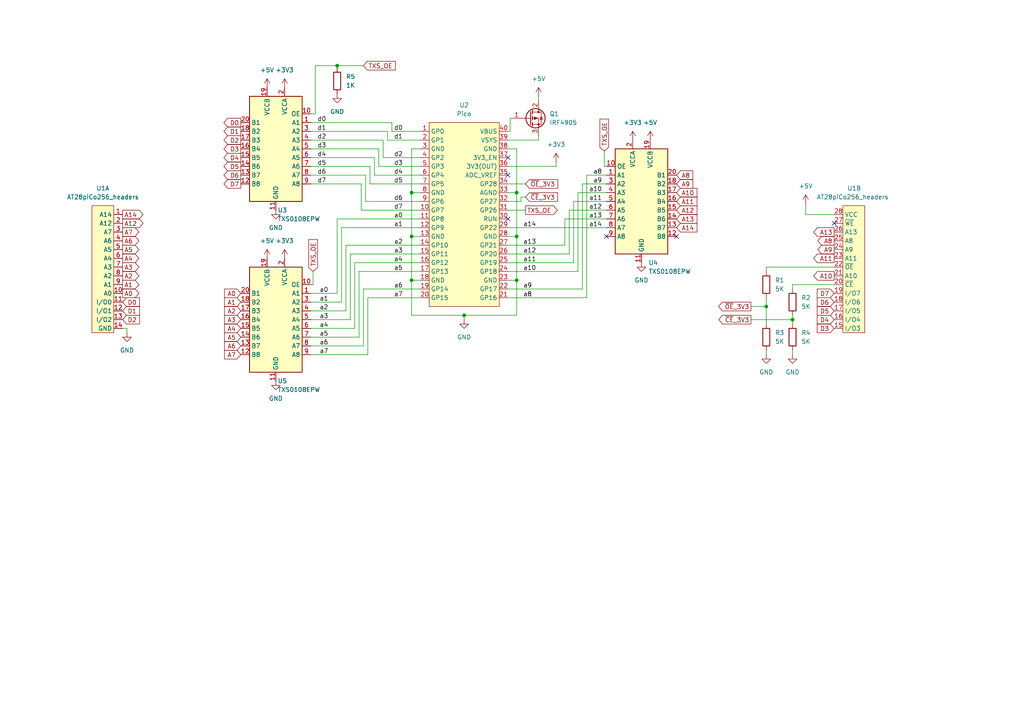
<source format=kicad_sch>
(kicad_sch (version 20211123) (generator eeschema)

  (uuid e63e39d7-6ac0-4ffd-8aa3-1841a4541b55)

  (paper "A4")

  (title_block
    (title "EEPicROM")
    (date "2022-06-24")
    (rev "4")
    (company "lilakerl")
  )

  (lib_symbols
    (symbol "AT28piCo256:AT28piCo256_headers" (in_bom yes) (on_board yes)
      (property "Reference" "U" (id 0) (at 0 1.27 0)
        (effects (font (size 1.27 1.27)))
      )
      (property "Value" "AT28piCo256_headers" (id 1) (at 0 3.81 0)
        (effects (font (size 1.27 1.27)))
      )
      (property "Footprint" "" (id 2) (at 0 -2.54 0)
        (effects (font (size 1.27 1.27)) hide)
      )
      (property "Datasheet" "" (id 3) (at 0 -2.54 0)
        (effects (font (size 1.27 1.27)) hide)
      )
      (property "ki_locked" "" (id 4) (at 0 0 0)
        (effects (font (size 1.27 1.27)))
      )
      (symbol "AT28piCo256_headers_1_1"
        (rectangle (start -6.35 0) (end 0 -36.83)
          (stroke (width 0) (type default) (color 0 0 0 0))
          (fill (type background))
        )
        (pin output line (at 2.54 -2.54 180) (length 2.54)
          (name "A14" (effects (font (size 1.27 1.27))))
          (number "1" (effects (font (size 1.27 1.27))))
        )
        (pin output line (at 2.54 -25.4 180) (length 2.54)
          (name "A0" (effects (font (size 1.27 1.27))))
          (number "10" (effects (font (size 1.27 1.27))))
        )
        (pin bidirectional line (at 2.54 -27.94 180) (length 2.54)
          (name "I/O0" (effects (font (size 1.27 1.27))))
          (number "11" (effects (font (size 1.27 1.27))))
        )
        (pin bidirectional line (at 2.54 -30.48 180) (length 2.54)
          (name "I/O1" (effects (font (size 1.27 1.27))))
          (number "12" (effects (font (size 1.27 1.27))))
        )
        (pin bidirectional line (at 2.54 -33.02 180) (length 2.54)
          (name "I/O2" (effects (font (size 1.27 1.27))))
          (number "13" (effects (font (size 1.27 1.27))))
        )
        (pin power_out line (at 2.54 -35.56 180) (length 2.54)
          (name "GND" (effects (font (size 1.27 1.27))))
          (number "14" (effects (font (size 1.27 1.27))))
        )
        (pin output line (at 2.54 -5.08 180) (length 2.54)
          (name "A12" (effects (font (size 1.27 1.27))))
          (number "2" (effects (font (size 1.27 1.27))))
        )
        (pin output line (at 2.54 -7.62 180) (length 2.54)
          (name "A7" (effects (font (size 1.27 1.27))))
          (number "3" (effects (font (size 1.27 1.27))))
        )
        (pin output line (at 2.54 -10.16 180) (length 2.54)
          (name "A6" (effects (font (size 1.27 1.27))))
          (number "4" (effects (font (size 1.27 1.27))))
        )
        (pin output line (at 2.54 -12.7 180) (length 2.54)
          (name "A5" (effects (font (size 1.27 1.27))))
          (number "5" (effects (font (size 1.27 1.27))))
        )
        (pin output line (at 2.54 -15.24 180) (length 2.54)
          (name "A4" (effects (font (size 1.27 1.27))))
          (number "6" (effects (font (size 1.27 1.27))))
        )
        (pin output line (at 2.54 -17.78 180) (length 2.54)
          (name "A3" (effects (font (size 1.27 1.27))))
          (number "7" (effects (font (size 1.27 1.27))))
        )
        (pin output line (at 2.54 -20.32 180) (length 2.54)
          (name "A2" (effects (font (size 1.27 1.27))))
          (number "8" (effects (font (size 1.27 1.27))))
        )
        (pin output line (at 2.54 -22.86 180) (length 2.54)
          (name "A1" (effects (font (size 1.27 1.27))))
          (number "9" (effects (font (size 1.27 1.27))))
        )
      )
      (symbol "AT28piCo256_headers_2_1"
        (rectangle (start 0 0) (end 6.35 -36.83)
          (stroke (width 0) (type default) (color 0 0 0 0))
          (fill (type background))
        )
        (pin output line (at -2.54 -35.56 0) (length 2.54)
          (name "I/O3" (effects (font (size 1.27 1.27))))
          (number "15" (effects (font (size 1.27 1.27))))
        )
        (pin output line (at -2.54 -33.02 0) (length 2.54)
          (name "I/O4" (effects (font (size 1.27 1.27))))
          (number "16" (effects (font (size 1.27 1.27))))
        )
        (pin output line (at -2.54 -30.48 0) (length 2.54)
          (name "I/O5" (effects (font (size 1.27 1.27))))
          (number "17" (effects (font (size 1.27 1.27))))
        )
        (pin output line (at -2.54 -27.94 0) (length 2.54)
          (name "I/O6" (effects (font (size 1.27 1.27))))
          (number "18" (effects (font (size 1.27 1.27))))
        )
        (pin output line (at -2.54 -25.4 0) (length 2.54)
          (name "I/O7" (effects (font (size 1.27 1.27))))
          (number "19" (effects (font (size 1.27 1.27))))
        )
        (pin output line (at -2.54 -22.86 0) (length 2.54)
          (name "~{CE}" (effects (font (size 1.27 1.27))))
          (number "20" (effects (font (size 1.27 1.27))))
        )
        (pin output line (at -2.54 -20.32 0) (length 2.54)
          (name "A10" (effects (font (size 1.27 1.27))))
          (number "21" (effects (font (size 1.27 1.27))))
        )
        (pin output line (at -2.54 -17.78 0) (length 2.54)
          (name "~{OE}" (effects (font (size 1.27 1.27))))
          (number "22" (effects (font (size 1.27 1.27))))
        )
        (pin output line (at -2.54 -15.24 0) (length 2.54)
          (name "A11" (effects (font (size 1.27 1.27))))
          (number "23" (effects (font (size 1.27 1.27))))
        )
        (pin output line (at -2.54 -12.7 0) (length 2.54)
          (name "A9" (effects (font (size 1.27 1.27))))
          (number "24" (effects (font (size 1.27 1.27))))
        )
        (pin output line (at -2.54 -10.16 0) (length 2.54)
          (name "A8" (effects (font (size 1.27 1.27))))
          (number "25" (effects (font (size 1.27 1.27))))
        )
        (pin output line (at -2.54 -7.62 0) (length 2.54)
          (name "A13" (effects (font (size 1.27 1.27))))
          (number "26" (effects (font (size 1.27 1.27))))
        )
        (pin output line (at -2.54 -5.08 0) (length 2.54)
          (name "~{WE}" (effects (font (size 1.27 1.27))))
          (number "27" (effects (font (size 1.27 1.27))))
        )
        (pin power_out line (at -2.54 -2.54 0) (length 2.54)
          (name "VCC" (effects (font (size 1.27 1.27))))
          (number "28" (effects (font (size 1.27 1.27))))
        )
      )
    )
    (symbol "Device:R" (pin_numbers hide) (pin_names (offset 0)) (in_bom yes) (on_board yes)
      (property "Reference" "R" (id 0) (at 2.032 0 90)
        (effects (font (size 1.27 1.27)))
      )
      (property "Value" "R" (id 1) (at 0 0 90)
        (effects (font (size 1.27 1.27)))
      )
      (property "Footprint" "" (id 2) (at -1.778 0 90)
        (effects (font (size 1.27 1.27)) hide)
      )
      (property "Datasheet" "~" (id 3) (at 0 0 0)
        (effects (font (size 1.27 1.27)) hide)
      )
      (property "ki_keywords" "R res resistor" (id 4) (at 0 0 0)
        (effects (font (size 1.27 1.27)) hide)
      )
      (property "ki_description" "Resistor" (id 5) (at 0 0 0)
        (effects (font (size 1.27 1.27)) hide)
      )
      (property "ki_fp_filters" "R_*" (id 6) (at 0 0 0)
        (effects (font (size 1.27 1.27)) hide)
      )
      (symbol "R_0_1"
        (rectangle (start -1.016 -2.54) (end 1.016 2.54)
          (stroke (width 0.254) (type default) (color 0 0 0 0))
          (fill (type none))
        )
      )
      (symbol "R_1_1"
        (pin passive line (at 0 3.81 270) (length 1.27)
          (name "~" (effects (font (size 1.27 1.27))))
          (number "1" (effects (font (size 1.27 1.27))))
        )
        (pin passive line (at 0 -3.81 90) (length 1.27)
          (name "~" (effects (font (size 1.27 1.27))))
          (number "2" (effects (font (size 1.27 1.27))))
        )
      )
    )
    (symbol "EEPicROM:Pico" (in_bom yes) (on_board yes)
      (property "Reference" "U" (id 0) (at -8.89 1.27 0)
        (effects (font (size 1.27 1.27)))
      )
      (property "Value" "Pico" (id 1) (at 7.62 1.27 0)
        (effects (font (size 1.27 1.27)))
      )
      (property "Footprint" "" (id 2) (at 12.065 -4.445 90)
        (effects (font (size 1.27 1.27)) hide)
      )
      (property "Datasheet" "" (id 3) (at 12.065 -4.445 90)
        (effects (font (size 1.27 1.27)) hide)
      )
      (symbol "Pico_0_1"
        (rectangle (start -10.16 0) (end 10.16 -53.34)
          (stroke (width 0) (type default) (color 0 0 0 0))
          (fill (type background))
        )
      )
      (symbol "Pico_1_1"
        (pin bidirectional line (at -12.7 -2.54 0) (length 2.54)
          (name "GP0" (effects (font (size 1.27 1.27))))
          (number "1" (effects (font (size 1.27 1.27))))
        )
        (pin bidirectional line (at -12.7 -25.4 0) (length 2.54)
          (name "GP7" (effects (font (size 1.27 1.27))))
          (number "10" (effects (font (size 1.27 1.27))))
        )
        (pin bidirectional line (at -12.7 -27.94 0) (length 2.54)
          (name "GP8" (effects (font (size 1.27 1.27))))
          (number "11" (effects (font (size 1.27 1.27))))
        )
        (pin bidirectional line (at -12.7 -30.48 0) (length 2.54)
          (name "GP9" (effects (font (size 1.27 1.27))))
          (number "12" (effects (font (size 1.27 1.27))))
        )
        (pin power_in line (at -12.7 -33.02 0) (length 2.54)
          (name "GND" (effects (font (size 1.27 1.27))))
          (number "13" (effects (font (size 1.27 1.27))))
        )
        (pin bidirectional line (at -12.7 -35.56 0) (length 2.54)
          (name "GP10" (effects (font (size 1.27 1.27))))
          (number "14" (effects (font (size 1.27 1.27))))
        )
        (pin bidirectional line (at -12.7 -38.1 0) (length 2.54)
          (name "GP11" (effects (font (size 1.27 1.27))))
          (number "15" (effects (font (size 1.27 1.27))))
        )
        (pin bidirectional line (at -12.7 -40.64 0) (length 2.54)
          (name "GP12" (effects (font (size 1.27 1.27))))
          (number "16" (effects (font (size 1.27 1.27))))
        )
        (pin bidirectional line (at -12.7 -43.18 0) (length 2.54)
          (name "GP13" (effects (font (size 1.27 1.27))))
          (number "17" (effects (font (size 1.27 1.27))))
        )
        (pin power_in line (at -12.7 -45.72 0) (length 2.54)
          (name "GND" (effects (font (size 1.27 1.27))))
          (number "18" (effects (font (size 1.27 1.27))))
        )
        (pin bidirectional line (at -12.7 -48.26 0) (length 2.54)
          (name "GP14" (effects (font (size 1.27 1.27))))
          (number "19" (effects (font (size 1.27 1.27))))
        )
        (pin bidirectional line (at -12.7 -5.08 0) (length 2.54)
          (name "GP1" (effects (font (size 1.27 1.27))))
          (number "2" (effects (font (size 1.27 1.27))))
        )
        (pin bidirectional line (at -12.7 -50.8 0) (length 2.54)
          (name "GP15" (effects (font (size 1.27 1.27))))
          (number "20" (effects (font (size 1.27 1.27))))
        )
        (pin bidirectional line (at 12.7 -50.8 180) (length 2.54)
          (name "GP16" (effects (font (size 1.27 1.27))))
          (number "21" (effects (font (size 1.27 1.27))))
        )
        (pin bidirectional line (at 12.7 -48.26 180) (length 2.54)
          (name "GP17" (effects (font (size 1.27 1.27))))
          (number "22" (effects (font (size 1.27 1.27))))
        )
        (pin power_in line (at 12.7 -45.72 180) (length 2.54)
          (name "GND" (effects (font (size 1.27 1.27))))
          (number "23" (effects (font (size 1.27 1.27))))
        )
        (pin bidirectional line (at 12.7 -43.18 180) (length 2.54)
          (name "GP18" (effects (font (size 1.27 1.27))))
          (number "24" (effects (font (size 1.27 1.27))))
        )
        (pin bidirectional line (at 12.7 -40.64 180) (length 2.54)
          (name "GP19" (effects (font (size 1.27 1.27))))
          (number "25" (effects (font (size 1.27 1.27))))
        )
        (pin bidirectional line (at 12.7 -38.1 180) (length 2.54)
          (name "GP20" (effects (font (size 1.27 1.27))))
          (number "26" (effects (font (size 1.27 1.27))))
        )
        (pin bidirectional line (at 12.7 -35.56 180) (length 2.54)
          (name "GP21" (effects (font (size 1.27 1.27))))
          (number "27" (effects (font (size 1.27 1.27))))
        )
        (pin power_in line (at 12.7 -33.02 180) (length 2.54)
          (name "GND" (effects (font (size 1.27 1.27))))
          (number "28" (effects (font (size 1.27 1.27))))
        )
        (pin bidirectional line (at 12.7 -30.48 180) (length 2.54)
          (name "GP22" (effects (font (size 1.27 1.27))))
          (number "29" (effects (font (size 1.27 1.27))))
        )
        (pin power_in line (at -12.7 -7.62 0) (length 2.54)
          (name "GND" (effects (font (size 1.27 1.27))))
          (number "3" (effects (font (size 1.27 1.27))))
        )
        (pin input line (at 12.7 -27.94 180) (length 2.54)
          (name "RUN" (effects (font (size 1.27 1.27))))
          (number "30" (effects (font (size 1.27 1.27))))
        )
        (pin bidirectional line (at 12.7 -25.4 180) (length 2.54)
          (name "GP26" (effects (font (size 1.27 1.27))))
          (number "31" (effects (font (size 1.27 1.27))))
        )
        (pin bidirectional line (at 12.7 -22.86 180) (length 2.54)
          (name "GP27" (effects (font (size 1.27 1.27))))
          (number "32" (effects (font (size 1.27 1.27))))
        )
        (pin power_in line (at 12.7 -20.32 180) (length 2.54)
          (name "AGND" (effects (font (size 1.27 1.27))))
          (number "33" (effects (font (size 1.27 1.27))))
        )
        (pin bidirectional line (at 12.7 -17.78 180) (length 2.54)
          (name "GP28" (effects (font (size 1.27 1.27))))
          (number "34" (effects (font (size 1.27 1.27))))
        )
        (pin power_out line (at 12.7 -15.24 180) (length 2.54)
          (name "ADC_VREF" (effects (font (size 1.27 1.27))))
          (number "35" (effects (font (size 1.27 1.27))))
        )
        (pin power_out line (at 12.7 -12.7 180) (length 2.54)
          (name "3V3(OUT)" (effects (font (size 1.27 1.27))))
          (number "36" (effects (font (size 1.27 1.27))))
        )
        (pin input line (at 12.7 -10.16 180) (length 2.54)
          (name "3V3_EN" (effects (font (size 1.27 1.27))))
          (number "37" (effects (font (size 1.27 1.27))))
        )
        (pin power_in line (at 12.7 -7.62 180) (length 2.54)
          (name "GND" (effects (font (size 1.27 1.27))))
          (number "38" (effects (font (size 1.27 1.27))))
        )
        (pin power_in line (at 12.7 -5.08 180) (length 2.54)
          (name "VSYS" (effects (font (size 1.27 1.27))))
          (number "39" (effects (font (size 1.27 1.27))))
        )
        (pin bidirectional line (at -12.7 -10.16 0) (length 2.54)
          (name "GP2" (effects (font (size 1.27 1.27))))
          (number "4" (effects (font (size 1.27 1.27))))
        )
        (pin power_in line (at 12.7 -2.54 180) (length 2.54)
          (name "VBUS" (effects (font (size 1.27 1.27))))
          (number "40" (effects (font (size 1.27 1.27))))
        )
        (pin bidirectional line (at -12.7 -12.7 0) (length 2.54)
          (name "GP3" (effects (font (size 1.27 1.27))))
          (number "5" (effects (font (size 1.27 1.27))))
        )
        (pin bidirectional line (at -12.7 -15.24 0) (length 2.54)
          (name "GP4" (effects (font (size 1.27 1.27))))
          (number "6" (effects (font (size 1.27 1.27))))
        )
        (pin bidirectional line (at -12.7 -17.78 0) (length 2.54)
          (name "GP5" (effects (font (size 1.27 1.27))))
          (number "7" (effects (font (size 1.27 1.27))))
        )
        (pin power_in line (at -12.7 -20.32 0) (length 2.54)
          (name "GND" (effects (font (size 1.27 1.27))))
          (number "8" (effects (font (size 1.27 1.27))))
        )
        (pin bidirectional line (at -12.7 -22.86 0) (length 2.54)
          (name "GP6" (effects (font (size 1.27 1.27))))
          (number "9" (effects (font (size 1.27 1.27))))
        )
      )
    )
    (symbol "Logic_LevelTranslator:TXS0108EPW" (in_bom yes) (on_board yes)
      (property "Reference" "U" (id 0) (at -6.35 16.51 0)
        (effects (font (size 1.27 1.27)))
      )
      (property "Value" "TXS0108EPW" (id 1) (at 3.81 16.51 0)
        (effects (font (size 1.27 1.27)) (justify left))
      )
      (property "Footprint" "Package_SO:TSSOP-20_4.4x6.5mm_P0.65mm" (id 2) (at 0 -19.05 0)
        (effects (font (size 1.27 1.27)) hide)
      )
      (property "Datasheet" "www.ti.com/lit/ds/symlink/txs0108e.pdf" (id 3) (at 0 -2.54 0)
        (effects (font (size 1.27 1.27)) hide)
      )
      (property "ki_keywords" "8-bit" (id 4) (at 0 0 0)
        (effects (font (size 1.27 1.27)) hide)
      )
      (property "ki_description" "Bidirectional  level-shifting voltage translator, TSSOP-20" (id 5) (at 0 0 0)
        (effects (font (size 1.27 1.27)) hide)
      )
      (property "ki_fp_filters" "*SSOP*4.4x6.5mm*P0.65mm*" (id 6) (at 0 0 0)
        (effects (font (size 1.27 1.27)) hide)
      )
      (symbol "TXS0108EPW_0_1"
        (rectangle (start -7.62 15.24) (end 7.62 -15.24)
          (stroke (width 0.254) (type default) (color 0 0 0 0))
          (fill (type background))
        )
      )
      (symbol "TXS0108EPW_1_1"
        (pin bidirectional line (at -10.16 7.62 0) (length 2.54)
          (name "A1" (effects (font (size 1.27 1.27))))
          (number "1" (effects (font (size 1.27 1.27))))
        )
        (pin input line (at -10.16 10.16 0) (length 2.54)
          (name "OE" (effects (font (size 1.27 1.27))))
          (number "10" (effects (font (size 1.27 1.27))))
        )
        (pin power_in line (at 0 -17.78 90) (length 2.54)
          (name "GND" (effects (font (size 1.27 1.27))))
          (number "11" (effects (font (size 1.27 1.27))))
        )
        (pin bidirectional line (at 10.16 -10.16 180) (length 2.54)
          (name "B8" (effects (font (size 1.27 1.27))))
          (number "12" (effects (font (size 1.27 1.27))))
        )
        (pin bidirectional line (at 10.16 -7.62 180) (length 2.54)
          (name "B7" (effects (font (size 1.27 1.27))))
          (number "13" (effects (font (size 1.27 1.27))))
        )
        (pin bidirectional line (at 10.16 -5.08 180) (length 2.54)
          (name "B6" (effects (font (size 1.27 1.27))))
          (number "14" (effects (font (size 1.27 1.27))))
        )
        (pin bidirectional line (at 10.16 -2.54 180) (length 2.54)
          (name "B5" (effects (font (size 1.27 1.27))))
          (number "15" (effects (font (size 1.27 1.27))))
        )
        (pin bidirectional line (at 10.16 0 180) (length 2.54)
          (name "B4" (effects (font (size 1.27 1.27))))
          (number "16" (effects (font (size 1.27 1.27))))
        )
        (pin bidirectional line (at 10.16 2.54 180) (length 2.54)
          (name "B3" (effects (font (size 1.27 1.27))))
          (number "17" (effects (font (size 1.27 1.27))))
        )
        (pin bidirectional line (at 10.16 5.08 180) (length 2.54)
          (name "B2" (effects (font (size 1.27 1.27))))
          (number "18" (effects (font (size 1.27 1.27))))
        )
        (pin power_in line (at 2.54 17.78 270) (length 2.54)
          (name "VCCB" (effects (font (size 1.27 1.27))))
          (number "19" (effects (font (size 1.27 1.27))))
        )
        (pin power_in line (at -2.54 17.78 270) (length 2.54)
          (name "VCCA" (effects (font (size 1.27 1.27))))
          (number "2" (effects (font (size 1.27 1.27))))
        )
        (pin bidirectional line (at 10.16 7.62 180) (length 2.54)
          (name "B1" (effects (font (size 1.27 1.27))))
          (number "20" (effects (font (size 1.27 1.27))))
        )
        (pin bidirectional line (at -10.16 5.08 0) (length 2.54)
          (name "A2" (effects (font (size 1.27 1.27))))
          (number "3" (effects (font (size 1.27 1.27))))
        )
        (pin bidirectional line (at -10.16 2.54 0) (length 2.54)
          (name "A3" (effects (font (size 1.27 1.27))))
          (number "4" (effects (font (size 1.27 1.27))))
        )
        (pin bidirectional line (at -10.16 0 0) (length 2.54)
          (name "A4" (effects (font (size 1.27 1.27))))
          (number "5" (effects (font (size 1.27 1.27))))
        )
        (pin bidirectional line (at -10.16 -2.54 0) (length 2.54)
          (name "A5" (effects (font (size 1.27 1.27))))
          (number "6" (effects (font (size 1.27 1.27))))
        )
        (pin bidirectional line (at -10.16 -5.08 0) (length 2.54)
          (name "A6" (effects (font (size 1.27 1.27))))
          (number "7" (effects (font (size 1.27 1.27))))
        )
        (pin bidirectional line (at -10.16 -7.62 0) (length 2.54)
          (name "A7" (effects (font (size 1.27 1.27))))
          (number "8" (effects (font (size 1.27 1.27))))
        )
        (pin bidirectional line (at -10.16 -10.16 0) (length 2.54)
          (name "A8" (effects (font (size 1.27 1.27))))
          (number "9" (effects (font (size 1.27 1.27))))
        )
      )
    )
    (symbol "Transistor_FET:IRF4905" (pin_names hide) (in_bom yes) (on_board yes)
      (property "Reference" "Q" (id 0) (at 5.08 1.905 0)
        (effects (font (size 1.27 1.27)) (justify left))
      )
      (property "Value" "IRF4905" (id 1) (at 5.08 0 0)
        (effects (font (size 1.27 1.27)) (justify left))
      )
      (property "Footprint" "Package_TO_SOT_THT:TO-220-3_Vertical" (id 2) (at 5.08 -1.905 0)
        (effects (font (size 1.27 1.27) italic) (justify left) hide)
      )
      (property "Datasheet" "http://www.infineon.com/dgdl/irf4905.pdf?fileId=5546d462533600a4015355e32165197c" (id 3) (at 0 0 0)
        (effects (font (size 1.27 1.27)) (justify left) hide)
      )
      (property "ki_keywords" "Single P-Channel HEXFET Power MOSFET" (id 4) (at 0 0 0)
        (effects (font (size 1.27 1.27)) hide)
      )
      (property "ki_description" "-74A Id, -55V Vds, Single P-Channel HEXFET Power MOSFET, 20mOhm Ron, TO-220AB" (id 5) (at 0 0 0)
        (effects (font (size 1.27 1.27)) hide)
      )
      (property "ki_fp_filters" "TO?220*" (id 6) (at 0 0 0)
        (effects (font (size 1.27 1.27)) hide)
      )
      (symbol "IRF4905_0_1"
        (polyline
          (pts
            (xy 0.254 0)
            (xy -2.54 0)
          )
          (stroke (width 0) (type default) (color 0 0 0 0))
          (fill (type none))
        )
        (polyline
          (pts
            (xy 0.254 1.905)
            (xy 0.254 -1.905)
          )
          (stroke (width 0.254) (type default) (color 0 0 0 0))
          (fill (type none))
        )
        (polyline
          (pts
            (xy 0.762 -1.27)
            (xy 0.762 -2.286)
          )
          (stroke (width 0.254) (type default) (color 0 0 0 0))
          (fill (type none))
        )
        (polyline
          (pts
            (xy 0.762 0.508)
            (xy 0.762 -0.508)
          )
          (stroke (width 0.254) (type default) (color 0 0 0 0))
          (fill (type none))
        )
        (polyline
          (pts
            (xy 0.762 2.286)
            (xy 0.762 1.27)
          )
          (stroke (width 0.254) (type default) (color 0 0 0 0))
          (fill (type none))
        )
        (polyline
          (pts
            (xy 2.54 2.54)
            (xy 2.54 1.778)
          )
          (stroke (width 0) (type default) (color 0 0 0 0))
          (fill (type none))
        )
        (polyline
          (pts
            (xy 2.54 -2.54)
            (xy 2.54 0)
            (xy 0.762 0)
          )
          (stroke (width 0) (type default) (color 0 0 0 0))
          (fill (type none))
        )
        (polyline
          (pts
            (xy 0.762 1.778)
            (xy 3.302 1.778)
            (xy 3.302 -1.778)
            (xy 0.762 -1.778)
          )
          (stroke (width 0) (type default) (color 0 0 0 0))
          (fill (type none))
        )
        (polyline
          (pts
            (xy 2.286 0)
            (xy 1.27 0.381)
            (xy 1.27 -0.381)
            (xy 2.286 0)
          )
          (stroke (width 0) (type default) (color 0 0 0 0))
          (fill (type outline))
        )
        (polyline
          (pts
            (xy 2.794 -0.508)
            (xy 2.921 -0.381)
            (xy 3.683 -0.381)
            (xy 3.81 -0.254)
          )
          (stroke (width 0) (type default) (color 0 0 0 0))
          (fill (type none))
        )
        (polyline
          (pts
            (xy 3.302 -0.381)
            (xy 2.921 0.254)
            (xy 3.683 0.254)
            (xy 3.302 -0.381)
          )
          (stroke (width 0) (type default) (color 0 0 0 0))
          (fill (type none))
        )
        (circle (center 1.651 0) (radius 2.794)
          (stroke (width 0.254) (type default) (color 0 0 0 0))
          (fill (type none))
        )
        (circle (center 2.54 -1.778) (radius 0.254)
          (stroke (width 0) (type default) (color 0 0 0 0))
          (fill (type outline))
        )
        (circle (center 2.54 1.778) (radius 0.254)
          (stroke (width 0) (type default) (color 0 0 0 0))
          (fill (type outline))
        )
      )
      (symbol "IRF4905_1_1"
        (pin input line (at -5.08 0 0) (length 2.54)
          (name "G" (effects (font (size 1.27 1.27))))
          (number "1" (effects (font (size 1.27 1.27))))
        )
        (pin passive line (at 2.54 5.08 270) (length 2.54)
          (name "D" (effects (font (size 1.27 1.27))))
          (number "2" (effects (font (size 1.27 1.27))))
        )
        (pin passive line (at 2.54 -5.08 90) (length 2.54)
          (name "S" (effects (font (size 1.27 1.27))))
          (number "3" (effects (font (size 1.27 1.27))))
        )
      )
    )
    (symbol "power:+3V3" (power) (pin_names (offset 0)) (in_bom yes) (on_board yes)
      (property "Reference" "#PWR" (id 0) (at 0 -3.81 0)
        (effects (font (size 1.27 1.27)) hide)
      )
      (property "Value" "+3V3" (id 1) (at 0 3.556 0)
        (effects (font (size 1.27 1.27)))
      )
      (property "Footprint" "" (id 2) (at 0 0 0)
        (effects (font (size 1.27 1.27)) hide)
      )
      (property "Datasheet" "" (id 3) (at 0 0 0)
        (effects (font (size 1.27 1.27)) hide)
      )
      (property "ki_keywords" "power-flag" (id 4) (at 0 0 0)
        (effects (font (size 1.27 1.27)) hide)
      )
      (property "ki_description" "Power symbol creates a global label with name \"+3V3\"" (id 5) (at 0 0 0)
        (effects (font (size 1.27 1.27)) hide)
      )
      (symbol "+3V3_0_1"
        (polyline
          (pts
            (xy -0.762 1.27)
            (xy 0 2.54)
          )
          (stroke (width 0) (type default) (color 0 0 0 0))
          (fill (type none))
        )
        (polyline
          (pts
            (xy 0 0)
            (xy 0 2.54)
          )
          (stroke (width 0) (type default) (color 0 0 0 0))
          (fill (type none))
        )
        (polyline
          (pts
            (xy 0 2.54)
            (xy 0.762 1.27)
          )
          (stroke (width 0) (type default) (color 0 0 0 0))
          (fill (type none))
        )
      )
      (symbol "+3V3_1_1"
        (pin power_in line (at 0 0 90) (length 0) hide
          (name "+3V3" (effects (font (size 1.27 1.27))))
          (number "1" (effects (font (size 1.27 1.27))))
        )
      )
    )
    (symbol "power:+5V" (power) (pin_names (offset 0)) (in_bom yes) (on_board yes)
      (property "Reference" "#PWR" (id 0) (at 0 -3.81 0)
        (effects (font (size 1.27 1.27)) hide)
      )
      (property "Value" "+5V" (id 1) (at 0 3.556 0)
        (effects (font (size 1.27 1.27)))
      )
      (property "Footprint" "" (id 2) (at 0 0 0)
        (effects (font (size 1.27 1.27)) hide)
      )
      (property "Datasheet" "" (id 3) (at 0 0 0)
        (effects (font (size 1.27 1.27)) hide)
      )
      (property "ki_keywords" "power-flag" (id 4) (at 0 0 0)
        (effects (font (size 1.27 1.27)) hide)
      )
      (property "ki_description" "Power symbol creates a global label with name \"+5V\"" (id 5) (at 0 0 0)
        (effects (font (size 1.27 1.27)) hide)
      )
      (symbol "+5V_0_1"
        (polyline
          (pts
            (xy -0.762 1.27)
            (xy 0 2.54)
          )
          (stroke (width 0) (type default) (color 0 0 0 0))
          (fill (type none))
        )
        (polyline
          (pts
            (xy 0 0)
            (xy 0 2.54)
          )
          (stroke (width 0) (type default) (color 0 0 0 0))
          (fill (type none))
        )
        (polyline
          (pts
            (xy 0 2.54)
            (xy 0.762 1.27)
          )
          (stroke (width 0) (type default) (color 0 0 0 0))
          (fill (type none))
        )
      )
      (symbol "+5V_1_1"
        (pin power_in line (at 0 0 90) (length 0) hide
          (name "+5V" (effects (font (size 1.27 1.27))))
          (number "1" (effects (font (size 1.27 1.27))))
        )
      )
    )
    (symbol "power:GND" (power) (pin_names (offset 0)) (in_bom yes) (on_board yes)
      (property "Reference" "#PWR" (id 0) (at 0 -6.35 0)
        (effects (font (size 1.27 1.27)) hide)
      )
      (property "Value" "GND" (id 1) (at 0 -3.81 0)
        (effects (font (size 1.27 1.27)))
      )
      (property "Footprint" "" (id 2) (at 0 0 0)
        (effects (font (size 1.27 1.27)) hide)
      )
      (property "Datasheet" "" (id 3) (at 0 0 0)
        (effects (font (size 1.27 1.27)) hide)
      )
      (property "ki_keywords" "power-flag" (id 4) (at 0 0 0)
        (effects (font (size 1.27 1.27)) hide)
      )
      (property "ki_description" "Power symbol creates a global label with name \"GND\" , ground" (id 5) (at 0 0 0)
        (effects (font (size 1.27 1.27)) hide)
      )
      (symbol "GND_0_1"
        (polyline
          (pts
            (xy 0 0)
            (xy 0 -1.27)
            (xy 1.27 -1.27)
            (xy 0 -2.54)
            (xy -1.27 -1.27)
            (xy 0 -1.27)
          )
          (stroke (width 0) (type default) (color 0 0 0 0))
          (fill (type none))
        )
      )
      (symbol "GND_1_1"
        (pin power_in line (at 0 0 270) (length 0) hide
          (name "GND" (effects (font (size 1.27 1.27))))
          (number "1" (effects (font (size 1.27 1.27))))
        )
      )
    )
  )

  (junction (at 229.87 92.71) (diameter 0) (color 0 0 0 0)
    (uuid 1286d7a8-a1d0-4fb7-997d-ccdb92b5257d)
  )
  (junction (at 97.79 19.05) (diameter 0) (color 0 0 0 0)
    (uuid 22bfebf0-10ca-4b90-b3bf-d133492db6df)
  )
  (junction (at 222.25 88.9) (diameter 0) (color 0 0 0 0)
    (uuid 26f7a2b4-9129-4c01-a66a-e1087b9af701)
  )
  (junction (at 119.38 68.58) (diameter 0) (color 0 0 0 0)
    (uuid 3788b6f6-b3f5-4d41-bb92-255307256d75)
  )
  (junction (at 149.86 81.28) (diameter 0) (color 0 0 0 0)
    (uuid 76ebc830-a51f-415c-a124-75d6b788105e)
  )
  (junction (at 149.86 55.88) (diameter 0) (color 0 0 0 0)
    (uuid baa2653b-3833-4987-82fb-f50f1ec22903)
  )
  (junction (at 119.38 81.28) (diameter 0) (color 0 0 0 0)
    (uuid e5437d00-a23c-4285-be57-0b635cb3769a)
  )
  (junction (at 119.38 55.88) (diameter 0) (color 0 0 0 0)
    (uuid e6e5c0e5-84f9-4e7f-a1e8-caeb617b7413)
  )
  (junction (at 134.62 91.44) (diameter 0) (color 0 0 0 0)
    (uuid f48aea05-4261-4c9a-86be-a1ec3115cd5f)
  )
  (junction (at 149.86 68.58) (diameter 0) (color 0 0 0 0)
    (uuid f940d0a0-6f5c-48af-a705-9b7d252cf37d)
  )

  (no_connect (at 147.32 45.72) (uuid 15171c9c-1297-4d83-a4bc-e7e9d3efd85c))
  (no_connect (at 175.895 68.58) (uuid 1770e4ed-5501-4e40-9b78-eb6239146f52))
  (no_connect (at 196.215 68.58) (uuid 760876ab-e0ee-498d-a0d8-2fd12636f1f9))
  (no_connect (at 147.32 63.5) (uuid 9110c8e5-76b6-41ed-9831-993342bf1b0b))
  (no_connect (at 147.32 50.8) (uuid 9255d493-af7d-4b1c-9fdb-f3052fc31ccd))
  (no_connect (at 241.935 64.77) (uuid e5922319-d61b-47dc-9ffc-93f243d04172))

  (wire (pts (xy 112.395 38.1) (xy 112.395 40.64))
    (stroke (width 0) (type default) (color 0 0 0 0))
    (uuid 02e87dc1-92ea-4c84-8787-f48b18218b7a)
  )
  (wire (pts (xy 152.4 53.34) (xy 147.32 53.34))
    (stroke (width 0) (type default) (color 0 0 0 0))
    (uuid 045597a2-0770-4c89-a198-258fd7da0aa4)
  )
  (wire (pts (xy 106.68 86.36) (xy 106.68 102.87))
    (stroke (width 0) (type default) (color 0 0 0 0))
    (uuid 048555b7-5a49-47e2-b758-0bf1d8d416e6)
  )
  (wire (pts (xy 229.87 82.55) (xy 229.87 83.82))
    (stroke (width 0) (type default) (color 0 0 0 0))
    (uuid 05cb59fe-da5f-4695-a492-e1a7a16aeb5e)
  )
  (wire (pts (xy 90.17 48.26) (xy 107.315 48.26))
    (stroke (width 0) (type default) (color 0 0 0 0))
    (uuid 08331982-ea00-488f-9ac9-f59038b370b7)
  )
  (wire (pts (xy 134.62 91.44) (xy 134.62 92.71))
    (stroke (width 0) (type default) (color 0 0 0 0))
    (uuid 08944c63-1cea-4fda-90db-3d649a3edc95)
  )
  (wire (pts (xy 119.38 68.58) (xy 119.38 81.28))
    (stroke (width 0) (type default) (color 0 0 0 0))
    (uuid 0ce55ab1-6ec9-41ae-97ab-1a8b61be7c94)
  )
  (wire (pts (xy 149.86 43.18) (xy 149.86 55.88))
    (stroke (width 0) (type default) (color 0 0 0 0))
    (uuid 0efc4298-e118-4533-b167-f23d9b9a1724)
  )
  (wire (pts (xy 147.955 38.1) (xy 147.955 34.29))
    (stroke (width 0) (type default) (color 0 0 0 0))
    (uuid 0f863520-9eb0-49fa-8bd4-c3294cea1c90)
  )
  (wire (pts (xy 147.32 66.04) (xy 175.895 66.04))
    (stroke (width 0) (type default) (color 0 0 0 0))
    (uuid 10692b19-da0d-4cf7-b43b-32b4f87f7679)
  )
  (wire (pts (xy 147.32 78.74) (xy 167.64 78.74))
    (stroke (width 0) (type default) (color 0 0 0 0))
    (uuid 148914fb-24cd-4620-8dcf-48009551ad5c)
  )
  (wire (pts (xy 90.17 38.1) (xy 112.395 38.1))
    (stroke (width 0) (type default) (color 0 0 0 0))
    (uuid 15b3d443-76c3-4d98-a751-4d1b93985f14)
  )
  (wire (pts (xy 175.895 55.88) (xy 167.64 55.88))
    (stroke (width 0) (type default) (color 0 0 0 0))
    (uuid 16f66944-7b7d-4143-a5eb-68ff422048bb)
  )
  (wire (pts (xy 119.38 68.58) (xy 121.92 68.58))
    (stroke (width 0) (type default) (color 0 0 0 0))
    (uuid 1c0ecae1-b102-4a10-87c9-27399e7c0976)
  )
  (wire (pts (xy 90.17 87.63) (xy 99.06 87.63))
    (stroke (width 0) (type default) (color 0 0 0 0))
    (uuid 1d877a3c-335e-4a40-ab92-8866f7b1e742)
  )
  (wire (pts (xy 111.125 40.64) (xy 111.125 45.72))
    (stroke (width 0) (type default) (color 0 0 0 0))
    (uuid 24300085-c511-46c8-b0a8-c435ed72984b)
  )
  (wire (pts (xy 147.32 38.1) (xy 147.955 38.1))
    (stroke (width 0) (type default) (color 0 0 0 0))
    (uuid 266235cb-6f24-4af1-9905-0fdc457b74d7)
  )
  (wire (pts (xy 106.68 102.87) (xy 90.17 102.87))
    (stroke (width 0) (type default) (color 0 0 0 0))
    (uuid 2756ffaf-526d-482c-86b2-3bff241d780e)
  )
  (wire (pts (xy 222.25 101.6) (xy 222.25 102.87))
    (stroke (width 0) (type default) (color 0 0 0 0))
    (uuid 28dad7b0-0b67-4b29-824a-93aa49c70045)
  )
  (wire (pts (xy 229.87 91.44) (xy 229.87 92.71))
    (stroke (width 0) (type default) (color 0 0 0 0))
    (uuid 29e87898-46bc-499d-b36c-e3103c182191)
  )
  (wire (pts (xy 165.1 73.66) (xy 147.32 73.66))
    (stroke (width 0) (type default) (color 0 0 0 0))
    (uuid 2c65a41a-6e54-4bd6-8839-482b65b8ae3d)
  )
  (wire (pts (xy 217.805 88.9) (xy 222.25 88.9))
    (stroke (width 0) (type default) (color 0 0 0 0))
    (uuid 3295dcb8-0bfc-42f9-ae94-3b989389be73)
  )
  (wire (pts (xy 111.125 45.72) (xy 121.92 45.72))
    (stroke (width 0) (type default) (color 0 0 0 0))
    (uuid 33ec09c0-161c-4af4-8643-d2f755129b0f)
  )
  (wire (pts (xy 175.26 48.26) (xy 175.895 48.26))
    (stroke (width 0) (type default) (color 0 0 0 0))
    (uuid 33fcd023-24d6-4159-867a-ba580bad96a9)
  )
  (wire (pts (xy 107.315 53.34) (xy 121.92 53.34))
    (stroke (width 0) (type default) (color 0 0 0 0))
    (uuid 3a802fcc-c1e2-4464-99dd-e7d44e1fe13a)
  )
  (wire (pts (xy 147.32 83.82) (xy 168.91 83.82))
    (stroke (width 0) (type default) (color 0 0 0 0))
    (uuid 3c30df81-3172-408c-846a-ff1991465cd8)
  )
  (wire (pts (xy 90.805 78.74) (xy 90.805 82.55))
    (stroke (width 0) (type default) (color 0 0 0 0))
    (uuid 3c851231-f2d4-4400-a01d-b07c11d3298f)
  )
  (wire (pts (xy 35.56 95.25) (xy 36.83 95.25))
    (stroke (width 0) (type default) (color 0 0 0 0))
    (uuid 3dde5d45-24b8-448a-b21e-f9c253fd0ff1)
  )
  (wire (pts (xy 161.29 46.99) (xy 161.29 48.26))
    (stroke (width 0) (type default) (color 0 0 0 0))
    (uuid 3e492b3b-56d7-4fd9-9c55-55aee5898cff)
  )
  (wire (pts (xy 119.38 55.88) (xy 121.92 55.88))
    (stroke (width 0) (type default) (color 0 0 0 0))
    (uuid 3ef1c9ac-e6bc-40d5-b67a-0d3619c573b2)
  )
  (wire (pts (xy 175.895 60.96) (xy 165.1 60.96))
    (stroke (width 0) (type default) (color 0 0 0 0))
    (uuid 3f74102b-5e99-4bae-8695-c932334c0272)
  )
  (wire (pts (xy 151.13 57.15) (xy 151.13 58.42))
    (stroke (width 0) (type default) (color 0 0 0 0))
    (uuid 40b768b2-e66c-45ed-9d34-5f825759d210)
  )
  (wire (pts (xy 147.32 43.18) (xy 149.86 43.18))
    (stroke (width 0) (type default) (color 0 0 0 0))
    (uuid 4586a01d-cbcd-4c5d-9db7-c9b84a1c7aa3)
  )
  (wire (pts (xy 91.44 19.05) (xy 97.79 19.05))
    (stroke (width 0) (type default) (color 0 0 0 0))
    (uuid 47f9bd50-a0ed-49db-94fa-652b5541b992)
  )
  (wire (pts (xy 102.87 76.2) (xy 102.87 95.25))
    (stroke (width 0) (type default) (color 0 0 0 0))
    (uuid 4bb50bae-393f-46d8-b3dc-9a4c723b0cdb)
  )
  (wire (pts (xy 233.68 62.23) (xy 241.935 62.23))
    (stroke (width 0) (type default) (color 0 0 0 0))
    (uuid 4daa5c33-3cf3-4e90-a59e-8132e4884700)
  )
  (wire (pts (xy 101.6 73.66) (xy 121.92 73.66))
    (stroke (width 0) (type default) (color 0 0 0 0))
    (uuid 4e304d6a-e966-407b-a16c-fe5c4ddb54b7)
  )
  (wire (pts (xy 229.87 101.6) (xy 229.87 102.87))
    (stroke (width 0) (type default) (color 0 0 0 0))
    (uuid 516dedd7-0abb-4c46-8b20-a3e686b384d0)
  )
  (wire (pts (xy 36.83 95.25) (xy 36.83 96.52))
    (stroke (width 0) (type default) (color 0 0 0 0))
    (uuid 523ab249-e8a0-459f-a478-e73ecd442c13)
  )
  (wire (pts (xy 102.87 76.2) (xy 121.92 76.2))
    (stroke (width 0) (type default) (color 0 0 0 0))
    (uuid 547146d3-ec06-4efa-911f-7047b3c5c97a)
  )
  (wire (pts (xy 109.855 43.18) (xy 109.855 48.26))
    (stroke (width 0) (type default) (color 0 0 0 0))
    (uuid 548216e4-cf0b-41b3-9574-b50ec090e39c)
  )
  (wire (pts (xy 113.665 38.1) (xy 121.92 38.1))
    (stroke (width 0) (type default) (color 0 0 0 0))
    (uuid 55b06a44-8f92-4f4d-8874-664605d6dd6a)
  )
  (wire (pts (xy 91.44 19.05) (xy 91.44 33.02))
    (stroke (width 0) (type default) (color 0 0 0 0))
    (uuid 5d9c22fb-42c3-4167-a359-ed95935ae3c8)
  )
  (wire (pts (xy 147.32 68.58) (xy 149.86 68.58))
    (stroke (width 0) (type default) (color 0 0 0 0))
    (uuid 5e036bf2-31be-4eb9-9ed7-0480420a38ed)
  )
  (wire (pts (xy 104.775 60.96) (xy 121.92 60.96))
    (stroke (width 0) (type default) (color 0 0 0 0))
    (uuid 61436763-8c11-4717-bd23-9603b796f663)
  )
  (wire (pts (xy 106.68 86.36) (xy 121.92 86.36))
    (stroke (width 0) (type default) (color 0 0 0 0))
    (uuid 614aff28-ede9-4880-ad49-6dc46e0bd844)
  )
  (wire (pts (xy 147.32 76.2) (xy 166.37 76.2))
    (stroke (width 0) (type default) (color 0 0 0 0))
    (uuid 61e135e7-75c9-4d94-bea5-27f4a3f6328e)
  )
  (wire (pts (xy 101.6 73.66) (xy 101.6 92.71))
    (stroke (width 0) (type default) (color 0 0 0 0))
    (uuid 63e9d957-99a5-4880-9c85-0148cc021d5e)
  )
  (wire (pts (xy 119.38 43.18) (xy 119.38 55.88))
    (stroke (width 0) (type default) (color 0 0 0 0))
    (uuid 6623427d-0bdf-4da3-9e88-e7b0c321a25d)
  )
  (wire (pts (xy 119.38 81.28) (xy 119.38 91.44))
    (stroke (width 0) (type default) (color 0 0 0 0))
    (uuid 67bfc384-a7e5-45cb-878e-01ef11e9aecc)
  )
  (wire (pts (xy 151.13 58.42) (xy 147.32 58.42))
    (stroke (width 0) (type default) (color 0 0 0 0))
    (uuid 6883b4bb-45be-45e6-b990-0948487c7c18)
  )
  (wire (pts (xy 175.895 63.5) (xy 163.83 63.5))
    (stroke (width 0) (type default) (color 0 0 0 0))
    (uuid 694fec5b-1591-4fbd-ba61-923b5f60da9d)
  )
  (wire (pts (xy 90.17 92.71) (xy 101.6 92.71))
    (stroke (width 0) (type default) (color 0 0 0 0))
    (uuid 6ac1221e-a5fe-4db1-a92c-d0d10a11c837)
  )
  (wire (pts (xy 147.955 34.29) (xy 148.59 34.29))
    (stroke (width 0) (type default) (color 0 0 0 0))
    (uuid 6d246eba-5e62-4be0-ba9e-439ed9b910a6)
  )
  (wire (pts (xy 105.41 83.82) (xy 121.92 83.82))
    (stroke (width 0) (type default) (color 0 0 0 0))
    (uuid 6fbef9d3-5ed2-4f37-92dc-1514391dd003)
  )
  (wire (pts (xy 175.26 43.815) (xy 175.26 48.26))
    (stroke (width 0) (type default) (color 0 0 0 0))
    (uuid 713fc09a-bed9-42c7-bb13-011b2914ebbb)
  )
  (wire (pts (xy 229.87 82.55) (xy 241.935 82.55))
    (stroke (width 0) (type default) (color 0 0 0 0))
    (uuid 725d4335-a8df-4de6-b22d-adf90c885ed7)
  )
  (wire (pts (xy 90.17 97.79) (xy 104.14 97.79))
    (stroke (width 0) (type default) (color 0 0 0 0))
    (uuid 7706060e-e8b1-4f41-8181-d76b919eb450)
  )
  (wire (pts (xy 175.895 53.34) (xy 168.91 53.34))
    (stroke (width 0) (type default) (color 0 0 0 0))
    (uuid 7a5a965c-9214-43fc-b78c-7076a9d637e5)
  )
  (wire (pts (xy 97.79 63.5) (xy 97.79 85.09))
    (stroke (width 0) (type default) (color 0 0 0 0))
    (uuid 7bc97abe-6519-4ed5-8018-c1c1b6e84ac3)
  )
  (wire (pts (xy 90.17 53.34) (xy 104.775 53.34))
    (stroke (width 0) (type default) (color 0 0 0 0))
    (uuid 7f7ef00e-83a3-45a9-96fb-98839850ef4d)
  )
  (wire (pts (xy 222.25 86.36) (xy 222.25 88.9))
    (stroke (width 0) (type default) (color 0 0 0 0))
    (uuid 830d941d-e430-43b2-a434-d4f9f90722da)
  )
  (wire (pts (xy 119.38 43.18) (xy 121.92 43.18))
    (stroke (width 0) (type default) (color 0 0 0 0))
    (uuid 88343d9a-29c0-4487-b63e-ec337e903e90)
  )
  (wire (pts (xy 108.585 50.8) (xy 121.92 50.8))
    (stroke (width 0) (type default) (color 0 0 0 0))
    (uuid 8b2a0cae-03e8-4ebe-8317-9dffcb67fc98)
  )
  (wire (pts (xy 175.895 50.8) (xy 170.18 50.8))
    (stroke (width 0) (type default) (color 0 0 0 0))
    (uuid 8be4a071-1e17-4b1e-b932-b3082dbe6493)
  )
  (wire (pts (xy 112.395 40.64) (xy 121.92 40.64))
    (stroke (width 0) (type default) (color 0 0 0 0))
    (uuid 8f44e620-8200-441c-a780-50d5d303cb43)
  )
  (wire (pts (xy 167.64 55.88) (xy 167.64 78.74))
    (stroke (width 0) (type default) (color 0 0 0 0))
    (uuid 90e0ee6d-2c3e-4112-afa8-9fd4f1fd999c)
  )
  (wire (pts (xy 90.17 40.64) (xy 111.125 40.64))
    (stroke (width 0) (type default) (color 0 0 0 0))
    (uuid 91caf48d-9c6e-47d6-a2f4-d16ecb993abd)
  )
  (wire (pts (xy 90.17 100.33) (xy 105.41 100.33))
    (stroke (width 0) (type default) (color 0 0 0 0))
    (uuid 91d92ea2-6d2d-4a9c-8ddf-ba3bddb27cd0)
  )
  (wire (pts (xy 149.86 81.28) (xy 149.86 91.44))
    (stroke (width 0) (type default) (color 0 0 0 0))
    (uuid 932b5ea7-94d6-4518-930e-525086f8925f)
  )
  (wire (pts (xy 108.585 45.72) (xy 108.585 50.8))
    (stroke (width 0) (type default) (color 0 0 0 0))
    (uuid 93f55004-d58c-4b01-99bf-22baea11e609)
  )
  (wire (pts (xy 233.68 59.055) (xy 233.68 62.23))
    (stroke (width 0) (type default) (color 0 0 0 0))
    (uuid 94587200-ffcc-4708-b5d7-64cca087c2db)
  )
  (wire (pts (xy 105.41 83.82) (xy 105.41 100.33))
    (stroke (width 0) (type default) (color 0 0 0 0))
    (uuid 95344ac6-4ac8-4957-9f34-a9d8a9c7fea1)
  )
  (wire (pts (xy 90.17 43.18) (xy 109.855 43.18))
    (stroke (width 0) (type default) (color 0 0 0 0))
    (uuid 98708bc4-bf22-44cc-bf86-1a61445cafd3)
  )
  (wire (pts (xy 229.87 92.71) (xy 229.87 93.98))
    (stroke (width 0) (type default) (color 0 0 0 0))
    (uuid 9fa62067-9674-40a5-9d87-b8c3cf5498d7)
  )
  (wire (pts (xy 106.045 58.42) (xy 121.92 58.42))
    (stroke (width 0) (type default) (color 0 0 0 0))
    (uuid a2954f8c-adb2-4cd2-979b-25a7209c31d7)
  )
  (wire (pts (xy 119.38 81.28) (xy 121.92 81.28))
    (stroke (width 0) (type default) (color 0 0 0 0))
    (uuid a353fc60-cbab-4481-850b-7c8da40e6c92)
  )
  (wire (pts (xy 166.37 58.42) (xy 166.37 76.2))
    (stroke (width 0) (type default) (color 0 0 0 0))
    (uuid a3796e4f-51a4-43de-858d-d05d5813608c)
  )
  (wire (pts (xy 97.79 63.5) (xy 121.92 63.5))
    (stroke (width 0) (type default) (color 0 0 0 0))
    (uuid a9e9bbf7-2a81-42c2-808d-ad5f4665d787)
  )
  (wire (pts (xy 90.17 50.8) (xy 106.045 50.8))
    (stroke (width 0) (type default) (color 0 0 0 0))
    (uuid aa6eed11-a6f2-470f-8e74-916325b427a3)
  )
  (wire (pts (xy 147.32 86.36) (xy 170.18 86.36))
    (stroke (width 0) (type default) (color 0 0 0 0))
    (uuid adffce3f-9726-4643-a833-0432051a731f)
  )
  (wire (pts (xy 97.79 19.05) (xy 105.41 19.05))
    (stroke (width 0) (type default) (color 0 0 0 0))
    (uuid ae95ed07-1a2c-4fb8-b076-1f926f7b4ec5)
  )
  (wire (pts (xy 121.92 78.74) (xy 104.14 78.74))
    (stroke (width 0) (type default) (color 0 0 0 0))
    (uuid b00586ce-7524-454f-9bc9-c180f3069656)
  )
  (wire (pts (xy 222.25 77.47) (xy 222.25 78.74))
    (stroke (width 0) (type default) (color 0 0 0 0))
    (uuid b07c4a75-8b91-4676-a946-091868852fb8)
  )
  (wire (pts (xy 147.32 55.88) (xy 149.86 55.88))
    (stroke (width 0) (type default) (color 0 0 0 0))
    (uuid b0853527-ec5e-4c48-b85a-515299bdb94d)
  )
  (wire (pts (xy 107.315 48.26) (xy 107.315 53.34))
    (stroke (width 0) (type default) (color 0 0 0 0))
    (uuid b2fd0979-b356-410b-8ded-196cefcd4102)
  )
  (wire (pts (xy 119.38 91.44) (xy 134.62 91.44))
    (stroke (width 0) (type default) (color 0 0 0 0))
    (uuid b34efd0f-ef3c-497b-88a1-484660eabd94)
  )
  (wire (pts (xy 170.18 50.8) (xy 170.18 86.36))
    (stroke (width 0) (type default) (color 0 0 0 0))
    (uuid b361e354-23d1-494d-9081-e5f7cae9de2b)
  )
  (wire (pts (xy 161.29 48.26) (xy 147.32 48.26))
    (stroke (width 0) (type default) (color 0 0 0 0))
    (uuid b3e57d65-1c5f-4a7b-98c7-d053b671cc94)
  )
  (wire (pts (xy 113.665 35.56) (xy 113.665 38.1))
    (stroke (width 0) (type default) (color 0 0 0 0))
    (uuid b43a890e-8010-49cc-bea8-f2de1708f976)
  )
  (wire (pts (xy 217.805 92.71) (xy 229.87 92.71))
    (stroke (width 0) (type default) (color 0 0 0 0))
    (uuid b52a6a37-f02e-4f0f-8b7a-3dd8a2dc4491)
  )
  (wire (pts (xy 163.83 63.5) (xy 163.83 71.12))
    (stroke (width 0) (type default) (color 0 0 0 0))
    (uuid b5bed061-3b27-4442-9bdc-917cf95f193d)
  )
  (wire (pts (xy 100.33 71.12) (xy 100.33 90.17))
    (stroke (width 0) (type default) (color 0 0 0 0))
    (uuid b79d3b61-fb48-4130-95a8-6dce0ea0641a)
  )
  (wire (pts (xy 156.21 40.64) (xy 147.32 40.64))
    (stroke (width 0) (type default) (color 0 0 0 0))
    (uuid b8520110-ef50-40f9-b5db-6a4ced05bf1f)
  )
  (wire (pts (xy 90.17 35.56) (xy 113.665 35.56))
    (stroke (width 0) (type default) (color 0 0 0 0))
    (uuid bd735f2b-f027-4a32-8770-400881e597c4)
  )
  (wire (pts (xy 165.1 60.96) (xy 165.1 73.66))
    (stroke (width 0) (type default) (color 0 0 0 0))
    (uuid bf7445a5-1f5f-43bd-9f53-4ef356be9bbc)
  )
  (wire (pts (xy 90.17 95.25) (xy 102.87 95.25))
    (stroke (width 0) (type default) (color 0 0 0 0))
    (uuid c162229e-d539-47e1-8002-6a6dcbcd01ed)
  )
  (wire (pts (xy 104.775 53.34) (xy 104.775 60.96))
    (stroke (width 0) (type default) (color 0 0 0 0))
    (uuid c21cc563-e4ea-438d-b273-ec46f3ea2404)
  )
  (wire (pts (xy 149.86 55.88) (xy 149.86 68.58))
    (stroke (width 0) (type default) (color 0 0 0 0))
    (uuid c58530a6-7026-4f9a-aaeb-a1890732ddaf)
  )
  (wire (pts (xy 97.79 19.685) (xy 97.79 19.05))
    (stroke (width 0) (type default) (color 0 0 0 0))
    (uuid c59f77fd-581a-411c-9bbc-fc241b155681)
  )
  (wire (pts (xy 163.83 71.12) (xy 147.32 71.12))
    (stroke (width 0) (type default) (color 0 0 0 0))
    (uuid c861ef93-00f2-4f9d-aafd-d3095389a391)
  )
  (wire (pts (xy 90.17 82.55) (xy 90.805 82.55))
    (stroke (width 0) (type default) (color 0 0 0 0))
    (uuid c9889363-4bdb-4c35-96b0-96497c23d97e)
  )
  (wire (pts (xy 109.855 48.26) (xy 121.92 48.26))
    (stroke (width 0) (type default) (color 0 0 0 0))
    (uuid c9c96f91-36d7-45c6-bffd-dd19e9f0fc7e)
  )
  (wire (pts (xy 90.17 33.02) (xy 91.44 33.02))
    (stroke (width 0) (type default) (color 0 0 0 0))
    (uuid d1f6fe5b-dca6-4d4f-8843-4062a063c1af)
  )
  (wire (pts (xy 100.33 71.12) (xy 121.92 71.12))
    (stroke (width 0) (type default) (color 0 0 0 0))
    (uuid d7a5e602-9314-4fa3-852d-fdfd3dd6c840)
  )
  (wire (pts (xy 168.91 53.34) (xy 168.91 83.82))
    (stroke (width 0) (type default) (color 0 0 0 0))
    (uuid da9e62da-11da-4373-bb26-1fccd726c2de)
  )
  (wire (pts (xy 156.21 39.37) (xy 156.21 40.64))
    (stroke (width 0) (type default) (color 0 0 0 0))
    (uuid ddd1efb8-1e47-4e7c-b42b-47c07a1d1a2a)
  )
  (wire (pts (xy 99.06 66.04) (xy 99.06 87.63))
    (stroke (width 0) (type default) (color 0 0 0 0))
    (uuid de59c335-2cc5-45bf-a7a0-f47433d6f80d)
  )
  (wire (pts (xy 119.38 55.88) (xy 119.38 68.58))
    (stroke (width 0) (type default) (color 0 0 0 0))
    (uuid dfe07403-9121-454d-b8b2-f524111513ac)
  )
  (wire (pts (xy 222.25 88.9) (xy 222.25 93.98))
    (stroke (width 0) (type default) (color 0 0 0 0))
    (uuid e366ee6f-a8a5-4818-8e82-fc503e8638af)
  )
  (wire (pts (xy 175.895 58.42) (xy 166.37 58.42))
    (stroke (width 0) (type default) (color 0 0 0 0))
    (uuid e38ba14f-ccdd-45a2-8e80-dceda3dc1c40)
  )
  (wire (pts (xy 106.045 50.8) (xy 106.045 58.42))
    (stroke (width 0) (type default) (color 0 0 0 0))
    (uuid e6419103-e48c-4d79-9c5b-9c4d78866545)
  )
  (wire (pts (xy 90.17 90.17) (xy 100.33 90.17))
    (stroke (width 0) (type default) (color 0 0 0 0))
    (uuid ecae4354-b3d7-4905-a38b-3f342cb4874a)
  )
  (wire (pts (xy 152.4 57.15) (xy 151.13 57.15))
    (stroke (width 0) (type default) (color 0 0 0 0))
    (uuid ecf98b40-7c75-4ab7-b45f-e52fca1b03ba)
  )
  (wire (pts (xy 222.25 77.47) (xy 241.935 77.47))
    (stroke (width 0) (type default) (color 0 0 0 0))
    (uuid efc638b5-9252-4b56-9151-13e57feb2c8a)
  )
  (wire (pts (xy 134.62 91.44) (xy 149.86 91.44))
    (stroke (width 0) (type default) (color 0 0 0 0))
    (uuid f1833d58-da35-4040-8a0e-245c3733adf9)
  )
  (wire (pts (xy 147.32 81.28) (xy 149.86 81.28))
    (stroke (width 0) (type default) (color 0 0 0 0))
    (uuid f2755b6d-8126-4a92-825c-f2268561f4e7)
  )
  (wire (pts (xy 147.32 60.96) (xy 152.4 60.96))
    (stroke (width 0) (type default) (color 0 0 0 0))
    (uuid f384f02e-c98c-490b-926a-621cace128a0)
  )
  (wire (pts (xy 156.21 29.21) (xy 156.21 27.94))
    (stroke (width 0) (type default) (color 0 0 0 0))
    (uuid f4a7f9dd-cef4-4ea1-908b-642bac6a4184)
  )
  (wire (pts (xy 149.86 68.58) (xy 149.86 81.28))
    (stroke (width 0) (type default) (color 0 0 0 0))
    (uuid fbc7fe6f-e0ee-47a8-a242-dcbcc2cb35c2)
  )
  (wire (pts (xy 90.17 85.09) (xy 97.79 85.09))
    (stroke (width 0) (type default) (color 0 0 0 0))
    (uuid fc227bde-3744-4fff-8b4e-76bee344731f)
  )
  (wire (pts (xy 104.14 78.74) (xy 104.14 97.79))
    (stroke (width 0) (type default) (color 0 0 0 0))
    (uuid fd49e8cc-5c4d-4686-9cdd-57e6b8e9c5c8)
  )
  (wire (pts (xy 99.06 66.04) (xy 121.92 66.04))
    (stroke (width 0) (type default) (color 0 0 0 0))
    (uuid fe2a8de6-f413-45aa-a7e5-28a5daff4174)
  )
  (wire (pts (xy 90.17 45.72) (xy 108.585 45.72))
    (stroke (width 0) (type default) (color 0 0 0 0))
    (uuid ffb47535-b590-4a86-9271-eda5934d6250)
  )

  (label "a12" (at 174.625 60.96 180)
    (effects (font (size 1.27 1.27)) (justify right bottom))
    (uuid 0a5fb5bb-d0be-4b82-a37f-ddc6bdbbcc09)
  )
  (label "a9" (at 174.625 53.34 180)
    (effects (font (size 1.27 1.27)) (justify right bottom))
    (uuid 16705966-48e0-4bf4-a9ec-8cacf69dce4b)
  )
  (label "a12" (at 151.765 73.66 0)
    (effects (font (size 1.27 1.27)) (justify left bottom))
    (uuid 17a12464-eeb4-4d43-ad1c-c4d6feb7e5a6)
  )
  (label "d0" (at 92.075 35.56 0)
    (effects (font (size 1.27 1.27)) (justify left bottom))
    (uuid 1f124e23-40cf-4036-a1fb-6a879a709d2a)
  )
  (label "a7" (at 95.25 102.87 180)
    (effects (font (size 1.27 1.27)) (justify right bottom))
    (uuid 1fb3a1a0-692a-400f-98ac-a19077840900)
  )
  (label "d3" (at 92.075 43.18 0)
    (effects (font (size 1.27 1.27)) (justify left bottom))
    (uuid 1fd9841d-9786-4456-a5d8-e6733f33dd46)
  )
  (label "a9" (at 151.765 83.82 0)
    (effects (font (size 1.27 1.27)) (justify left bottom))
    (uuid 22082857-5437-4b47-9c96-5d63e699669d)
  )
  (label "d6" (at 116.84 58.42 180)
    (effects (font (size 1.27 1.27)) (justify right bottom))
    (uuid 25f7914e-a849-48db-a60d-148ebfa64982)
  )
  (label "a8" (at 151.765 86.36 0)
    (effects (font (size 1.27 1.27)) (justify left bottom))
    (uuid 3f11af9b-6d5a-494e-a495-654ce71712f6)
  )
  (label "a14" (at 151.765 66.04 0)
    (effects (font (size 1.27 1.27)) (justify left bottom))
    (uuid 40f07c25-23b8-4d9d-8e65-8208be1d4cae)
  )
  (label "d2" (at 92.075 40.64 0)
    (effects (font (size 1.27 1.27)) (justify left bottom))
    (uuid 470e1186-c09a-4447-981a-bcb5f574cf8b)
  )
  (label "a14" (at 174.625 66.04 180)
    (effects (font (size 1.27 1.27)) (justify right bottom))
    (uuid 4c995e5f-3562-4592-b998-b692c54bf691)
  )
  (label "d2" (at 116.84 45.72 180)
    (effects (font (size 1.27 1.27)) (justify right bottom))
    (uuid 511ff5f7-7c42-4040-900c-99d9b7f481cf)
  )
  (label "a1" (at 116.84 66.04 180)
    (effects (font (size 1.27 1.27)) (justify right bottom))
    (uuid 5a678fc4-750d-481a-923c-d29bb49e9f55)
  )
  (label "d6" (at 92.075 50.8 0)
    (effects (font (size 1.27 1.27)) (justify left bottom))
    (uuid 5fd19684-2039-465c-8766-d886beb883c0)
  )
  (label "a8" (at 174.625 50.8 180)
    (effects (font (size 1.27 1.27)) (justify right bottom))
    (uuid 6126b171-520c-4e44-93c7-bea8fe7672e3)
  )
  (label "a0" (at 116.84 63.5 180)
    (effects (font (size 1.27 1.27)) (justify right bottom))
    (uuid 619d568b-8b70-4846-8f1c-0451f06740c4)
  )
  (label "d5" (at 92.075 48.26 0)
    (effects (font (size 1.27 1.27)) (justify left bottom))
    (uuid 61c4b63b-b119-4dfb-b97e-52fa09d7429e)
  )
  (label "d0" (at 116.84 38.1 180)
    (effects (font (size 1.27 1.27)) (justify right bottom))
    (uuid 655b76f6-2f8f-48b8-adbd-0b83cfb1857f)
  )
  (label "a13" (at 174.625 63.5 180)
    (effects (font (size 1.27 1.27)) (justify right bottom))
    (uuid 7570bcac-eed9-4199-8861-a466836d94e1)
  )
  (label "d7" (at 92.075 53.34 0)
    (effects (font (size 1.27 1.27)) (justify left bottom))
    (uuid 7b1707eb-dec6-4c3b-8a89-21899d86e7a0)
  )
  (label "a6" (at 95.25 100.33 180)
    (effects (font (size 1.27 1.27)) (justify right bottom))
    (uuid 842375de-9d26-4098-985e-016c794e590c)
  )
  (label "a2" (at 95.25 90.17 180)
    (effects (font (size 1.27 1.27)) (justify right bottom))
    (uuid 85961d27-b000-42bc-8a8c-4d381b5a12f8)
  )
  (label "a5" (at 116.84 78.74 180)
    (effects (font (size 1.27 1.27)) (justify right bottom))
    (uuid 99207f51-2cf4-42fb-9716-016a886d22db)
  )
  (label "a5" (at 95.25 97.79 180)
    (effects (font (size 1.27 1.27)) (justify right bottom))
    (uuid 9995aa37-d322-4005-a3dd-75816d7dfca8)
  )
  (label "a3" (at 116.84 73.66 180)
    (effects (font (size 1.27 1.27)) (justify right bottom))
    (uuid 9b257901-edba-4d16-9bb0-950e62117e6a)
  )
  (label "d4" (at 92.075 45.72 0)
    (effects (font (size 1.27 1.27)) (justify left bottom))
    (uuid 9f588c2d-fb96-43a2-8a8d-89975fcd948f)
  )
  (label "a3" (at 95.25 92.71 180)
    (effects (font (size 1.27 1.27)) (justify right bottom))
    (uuid a2d14ea1-9a1d-4543-afb7-6c380f9d6124)
  )
  (label "a4" (at 116.84 76.2 180)
    (effects (font (size 1.27 1.27)) (justify right bottom))
    (uuid b45e0aa8-b95a-4092-961f-9252924931fa)
  )
  (label "d1" (at 92.075 38.1 0)
    (effects (font (size 1.27 1.27)) (justify left bottom))
    (uuid b7669a3c-f575-4060-ac38-95061f906dec)
  )
  (label "a1" (at 95.25 87.63 180)
    (effects (font (size 1.27 1.27)) (justify right bottom))
    (uuid b834f249-ac1a-4628-97f8-a5c0c2ec6880)
  )
  (label "a4" (at 95.25 95.25 180)
    (effects (font (size 1.27 1.27)) (justify right bottom))
    (uuid ba77611e-669b-45fe-af29-d62dd2310913)
  )
  (label "a11" (at 151.765 76.2 0)
    (effects (font (size 1.27 1.27)) (justify left bottom))
    (uuid c3760570-59dd-4f0e-9110-d8bcb5af1c57)
  )
  (label "a11" (at 174.625 58.42 180)
    (effects (font (size 1.27 1.27)) (justify right bottom))
    (uuid c8605a8a-503b-42cc-9098-795f67502c98)
  )
  (label "d7" (at 116.84 60.96 180)
    (effects (font (size 1.27 1.27)) (justify right bottom))
    (uuid c8a1b8cc-8202-4c60-98ad-1932203449da)
  )
  (label "d5" (at 116.84 53.34 180)
    (effects (font (size 1.27 1.27)) (justify right bottom))
    (uuid cb1fc376-7dd0-4f06-838a-33c79f6c7387)
  )
  (label "a6" (at 116.84 83.82 180)
    (effects (font (size 1.27 1.27)) (justify right bottom))
    (uuid cfe0ca65-53a5-42a0-8be4-bfed26245c70)
  )
  (label "a0" (at 95.25 85.09 180)
    (effects (font (size 1.27 1.27)) (justify right bottom))
    (uuid d8da8aa5-aeb8-433c-8f8f-549381a29d82)
  )
  (label "a10" (at 174.625 55.88 180)
    (effects (font (size 1.27 1.27)) (justify right bottom))
    (uuid e08bc47f-1e93-417e-b7b7-120a03b2be97)
  )
  (label "d4" (at 116.84 50.8 180)
    (effects (font (size 1.27 1.27)) (justify right bottom))
    (uuid e89e8288-136e-4e06-a9e7-51d234a553e7)
  )
  (label "a10" (at 151.765 78.74 0)
    (effects (font (size 1.27 1.27)) (justify left bottom))
    (uuid ea78cd28-b86d-4d79-9d94-225a36f9aac4)
  )
  (label "d3" (at 116.84 48.26 180)
    (effects (font (size 1.27 1.27)) (justify right bottom))
    (uuid f13785d8-8994-4d87-8675-52c9bbe8028c)
  )
  (label "a2" (at 116.84 71.12 180)
    (effects (font (size 1.27 1.27)) (justify right bottom))
    (uuid f1c8f5cd-016f-4dc3-80ee-144280eb37b2)
  )
  (label "d1" (at 116.84 40.64 180)
    (effects (font (size 1.27 1.27)) (justify right bottom))
    (uuid f32fa1a9-d9d2-468f-912e-78b4ad314af3)
  )
  (label "a7" (at 116.84 86.36 180)
    (effects (font (size 1.27 1.27)) (justify right bottom))
    (uuid f4cb4016-ae9f-43a9-a66e-fee107c543ea)
  )
  (label "a13" (at 151.765 71.12 0)
    (effects (font (size 1.27 1.27)) (justify left bottom))
    (uuid fb7322b6-7623-4327-8baa-126f1620bb60)
  )

  (global_label "A14" (shape output) (at 35.56 62.23 0) (fields_autoplaced)
    (effects (font (size 1.27 1.27)) (justify left))
    (uuid 00aace5b-db8a-4ce0-84d5-55f86da46505)
    (property "Intersheet References" "${INTERSHEET_REFS}" (id 0) (at 41.4807 62.1506 0)
      (effects (font (size 1.27 1.27)) (justify left) hide)
    )
  )
  (global_label "A9" (shape output) (at 241.935 72.39 180) (fields_autoplaced)
    (effects (font (size 1.27 1.27)) (justify right))
    (uuid 011c0f1d-c3b3-4eae-bb7d-8e28b265aa96)
    (property "Intersheet References" "${INTERSHEET_REFS}" (id 0) (at 237.2238 72.3106 0)
      (effects (font (size 1.27 1.27)) (justify right) hide)
    )
  )
  (global_label "~{OE}_3V3" (shape input) (at 152.4 53.34 0) (fields_autoplaced)
    (effects (font (size 1.27 1.27)) (justify left))
    (uuid 0faf80a2-4d7d-41a4-8afc-35137523a4c0)
    (property "Intersheet References" "${INTERSHEET_REFS}" (id 0) (at 161.7679 53.2606 0)
      (effects (font (size 1.27 1.27)) (justify left) hide)
    )
  )
  (global_label "A12" (shape output) (at 35.56 64.77 0) (fields_autoplaced)
    (effects (font (size 1.27 1.27)) (justify left))
    (uuid 130a6b97-cdc0-4158-9036-461f6b4c41bf)
    (property "Intersheet References" "${INTERSHEET_REFS}" (id 0) (at 41.4807 64.6906 0)
      (effects (font (size 1.27 1.27)) (justify left) hide)
    )
  )
  (global_label "A6" (shape input) (at 69.85 100.33 180) (fields_autoplaced)
    (effects (font (size 1.27 1.27)) (justify right))
    (uuid 1967bf97-5586-408b-93ca-e2f1a3eee16b)
    (property "Intersheet References" "${INTERSHEET_REFS}" (id 0) (at 65.1388 100.2506 0)
      (effects (font (size 1.27 1.27)) (justify right) hide)
    )
  )
  (global_label "D0" (shape output) (at 69.85 35.56 180) (fields_autoplaced)
    (effects (font (size 1.27 1.27)) (justify right))
    (uuid 1b679d52-a6c4-4a27-a0ff-24db9d4aef8a)
    (property "Intersheet References" "${INTERSHEET_REFS}" (id 0) (at 64.9574 35.4806 0)
      (effects (font (size 1.27 1.27)) (justify right) hide)
    )
  )
  (global_label "A5" (shape input) (at 69.85 97.79 180) (fields_autoplaced)
    (effects (font (size 1.27 1.27)) (justify right))
    (uuid 1eba6cec-13e6-4b27-acf8-49899d9341f8)
    (property "Intersheet References" "${INTERSHEET_REFS}" (id 0) (at 65.1388 97.7106 0)
      (effects (font (size 1.27 1.27)) (justify right) hide)
    )
  )
  (global_label "A13" (shape input) (at 196.215 63.5 0) (fields_autoplaced)
    (effects (font (size 1.27 1.27)) (justify left))
    (uuid 21b549af-135a-4623-a50a-7d32f425f648)
    (property "Intersheet References" "${INTERSHEET_REFS}" (id 0) (at 202.1357 63.4206 0)
      (effects (font (size 1.27 1.27)) (justify left) hide)
    )
  )
  (global_label "A9" (shape input) (at 196.215 53.34 0) (fields_autoplaced)
    (effects (font (size 1.27 1.27)) (justify left))
    (uuid 22bff470-c8d9-4be6-ad61-b7776f14c7cd)
    (property "Intersheet References" "${INTERSHEET_REFS}" (id 0) (at 200.9262 53.2606 0)
      (effects (font (size 1.27 1.27)) (justify left) hide)
    )
  )
  (global_label "D6" (shape input) (at 241.935 87.63 180) (fields_autoplaced)
    (effects (font (size 1.27 1.27)) (justify right))
    (uuid 29040508-3e26-4d10-bbe4-2d044a01ffd8)
    (property "Intersheet References" "${INTERSHEET_REFS}" (id 0) (at 237.0424 87.5506 0)
      (effects (font (size 1.27 1.27)) (justify right) hide)
    )
  )
  (global_label "A0" (shape output) (at 35.56 85.09 0) (fields_autoplaced)
    (effects (font (size 1.27 1.27)) (justify left))
    (uuid 2a1e5aa6-5ead-49ba-9c0f-57ba0681ea83)
    (property "Intersheet References" "${INTERSHEET_REFS}" (id 0) (at 40.2712 85.0106 0)
      (effects (font (size 1.27 1.27)) (justify left) hide)
    )
  )
  (global_label "D5" (shape output) (at 69.85 48.26 180) (fields_autoplaced)
    (effects (font (size 1.27 1.27)) (justify right))
    (uuid 2bccd4a4-5482-42b1-b2fb-adee7981f7e3)
    (property "Intersheet References" "${INTERSHEET_REFS}" (id 0) (at 64.9574 48.1806 0)
      (effects (font (size 1.27 1.27)) (justify right) hide)
    )
  )
  (global_label "D5" (shape input) (at 241.935 90.17 180) (fields_autoplaced)
    (effects (font (size 1.27 1.27)) (justify right))
    (uuid 312041d7-1c92-46c3-b363-13d7b3ca6b8b)
    (property "Intersheet References" "${INTERSHEET_REFS}" (id 0) (at 237.0424 90.0906 0)
      (effects (font (size 1.27 1.27)) (justify right) hide)
    )
  )
  (global_label "D1" (shape input) (at 35.56 90.17 0) (fields_autoplaced)
    (effects (font (size 1.27 1.27)) (justify left))
    (uuid 32efed2e-5629-49a3-a1b9-8e0addb8e454)
    (property "Intersheet References" "${INTERSHEET_REFS}" (id 0) (at 40.4526 90.0906 0)
      (effects (font (size 1.27 1.27)) (justify left) hide)
    )
  )
  (global_label "A6" (shape output) (at 35.56 69.85 0) (fields_autoplaced)
    (effects (font (size 1.27 1.27)) (justify left))
    (uuid 5c80e2bf-3259-4725-bf04-7ca165e4111f)
    (property "Intersheet References" "${INTERSHEET_REFS}" (id 0) (at 40.2712 69.7706 0)
      (effects (font (size 1.27 1.27)) (justify left) hide)
    )
  )
  (global_label "D7" (shape input) (at 241.935 85.09 180) (fields_autoplaced)
    (effects (font (size 1.27 1.27)) (justify right))
    (uuid 5db1c148-37b7-43f7-ac64-b70663448161)
    (property "Intersheet References" "${INTERSHEET_REFS}" (id 0) (at 237.0424 85.0106 0)
      (effects (font (size 1.27 1.27)) (justify right) hide)
    )
  )
  (global_label "A11" (shape input) (at 196.215 58.42 0) (fields_autoplaced)
    (effects (font (size 1.27 1.27)) (justify left))
    (uuid 5e5ca760-89c6-4665-a527-c05816f8275d)
    (property "Intersheet References" "${INTERSHEET_REFS}" (id 0) (at 202.1357 58.3406 0)
      (effects (font (size 1.27 1.27)) (justify left) hide)
    )
  )
  (global_label "A3" (shape input) (at 69.85 92.71 180) (fields_autoplaced)
    (effects (font (size 1.27 1.27)) (justify right))
    (uuid 6cf78b91-d5f9-4fff-ad7d-23a13fcd0842)
    (property "Intersheet References" "${INTERSHEET_REFS}" (id 0) (at 65.1388 92.6306 0)
      (effects (font (size 1.27 1.27)) (justify right) hide)
    )
  )
  (global_label "D7" (shape output) (at 69.85 53.34 180) (fields_autoplaced)
    (effects (font (size 1.27 1.27)) (justify right))
    (uuid 6e178a73-45d5-41c4-ade8-8f0a0d0e0c34)
    (property "Intersheet References" "${INTERSHEET_REFS}" (id 0) (at 64.9574 53.2606 0)
      (effects (font (size 1.27 1.27)) (justify right) hide)
    )
  )
  (global_label "D2" (shape output) (at 69.85 40.64 180) (fields_autoplaced)
    (effects (font (size 1.27 1.27)) (justify right))
    (uuid 6e5fb214-2f1b-4fa4-818b-e6dd640b0eb2)
    (property "Intersheet References" "${INTERSHEET_REFS}" (id 0) (at 64.9574 40.5606 0)
      (effects (font (size 1.27 1.27)) (justify right) hide)
    )
  )
  (global_label "A12" (shape input) (at 196.215 60.96 0) (fields_autoplaced)
    (effects (font (size 1.27 1.27)) (justify left))
    (uuid 727b5587-9215-4bb9-99b4-d3a88177f1f4)
    (property "Intersheet References" "${INTERSHEET_REFS}" (id 0) (at 202.1357 60.8806 0)
      (effects (font (size 1.27 1.27)) (justify left) hide)
    )
  )
  (global_label "A3" (shape output) (at 35.56 77.47 0) (fields_autoplaced)
    (effects (font (size 1.27 1.27)) (justify left))
    (uuid 73ab1d0c-a99d-483f-bd42-ddfabef79e7d)
    (property "Intersheet References" "${INTERSHEET_REFS}" (id 0) (at 40.2712 77.3906 0)
      (effects (font (size 1.27 1.27)) (justify left) hide)
    )
  )
  (global_label "A1" (shape input) (at 69.85 87.63 180) (fields_autoplaced)
    (effects (font (size 1.27 1.27)) (justify right))
    (uuid 74d96ed8-642a-4e1f-8b4d-1f3912bcc502)
    (property "Intersheet References" "${INTERSHEET_REFS}" (id 0) (at 65.1388 87.5506 0)
      (effects (font (size 1.27 1.27)) (justify right) hide)
    )
  )
  (global_label "~{CE}_3V3" (shape output) (at 217.805 92.71 180) (fields_autoplaced)
    (effects (font (size 1.27 1.27)) (justify right))
    (uuid 7dad9899-8540-481d-860f-eb4f55364a21)
    (property "Intersheet References" "${INTERSHEET_REFS}" (id 0) (at 208.4976 92.6306 0)
      (effects (font (size 1.27 1.27)) (justify right) hide)
    )
  )
  (global_label "D3" (shape input) (at 241.935 95.25 180) (fields_autoplaced)
    (effects (font (size 1.27 1.27)) (justify right))
    (uuid 7f374221-75af-44b1-80df-5b76d8dda174)
    (property "Intersheet References" "${INTERSHEET_REFS}" (id 0) (at 237.0424 95.1706 0)
      (effects (font (size 1.27 1.27)) (justify right) hide)
    )
  )
  (global_label "A7" (shape input) (at 69.85 102.87 180) (fields_autoplaced)
    (effects (font (size 1.27 1.27)) (justify right))
    (uuid 8bfa2363-22e6-4194-8c52-b210518692b2)
    (property "Intersheet References" "${INTERSHEET_REFS}" (id 0) (at 65.1388 102.7906 0)
      (effects (font (size 1.27 1.27)) (justify right) hide)
    )
  )
  (global_label "A11" (shape output) (at 241.935 74.93 180) (fields_autoplaced)
    (effects (font (size 1.27 1.27)) (justify right))
    (uuid 8d5aff50-0872-4077-b4f5-449612cf285e)
    (property "Intersheet References" "${INTERSHEET_REFS}" (id 0) (at 236.0143 74.8506 0)
      (effects (font (size 1.27 1.27)) (justify right) hide)
    )
  )
  (global_label "A8" (shape input) (at 196.215 50.8 0) (fields_autoplaced)
    (effects (font (size 1.27 1.27)) (justify left))
    (uuid 91e0f1ce-4441-4141-876d-5cc9b4d4b65a)
    (property "Intersheet References" "${INTERSHEET_REFS}" (id 0) (at 200.9262 50.7206 0)
      (effects (font (size 1.27 1.27)) (justify left) hide)
    )
  )
  (global_label "D4" (shape input) (at 241.935 92.71 180) (fields_autoplaced)
    (effects (font (size 1.27 1.27)) (justify right))
    (uuid 92896b5d-f4a0-435f-8249-46f9df860f2c)
    (property "Intersheet References" "${INTERSHEET_REFS}" (id 0) (at 237.0424 92.6306 0)
      (effects (font (size 1.27 1.27)) (justify right) hide)
    )
  )
  (global_label "~{OE}_3V3" (shape output) (at 217.805 88.9 180) (fields_autoplaced)
    (effects (font (size 1.27 1.27)) (justify right))
    (uuid 943d37e4-3556-46d0-8302-984c6cfecc75)
    (property "Intersheet References" "${INTERSHEET_REFS}" (id 0) (at 208.4371 88.8206 0)
      (effects (font (size 1.27 1.27)) (justify right) hide)
    )
  )
  (global_label "A0" (shape input) (at 69.85 85.09 180) (fields_autoplaced)
    (effects (font (size 1.27 1.27)) (justify right))
    (uuid 99a444ac-4f15-46cc-9129-7aa5538e0375)
    (property "Intersheet References" "${INTERSHEET_REFS}" (id 0) (at 65.1388 85.0106 0)
      (effects (font (size 1.27 1.27)) (justify right) hide)
    )
  )
  (global_label "A8" (shape output) (at 241.935 69.85 180) (fields_autoplaced)
    (effects (font (size 1.27 1.27)) (justify right))
    (uuid ac9f6ccd-c467-46eb-bccf-0c24ec66b39c)
    (property "Intersheet References" "${INTERSHEET_REFS}" (id 0) (at 237.2238 69.7706 0)
      (effects (font (size 1.27 1.27)) (justify right) hide)
    )
  )
  (global_label "A1" (shape output) (at 35.56 82.55 0) (fields_autoplaced)
    (effects (font (size 1.27 1.27)) (justify left))
    (uuid ad8de27e-6320-4973-afd4-fa7e49c1fd92)
    (property "Intersheet References" "${INTERSHEET_REFS}" (id 0) (at 40.2712 82.4706 0)
      (effects (font (size 1.27 1.27)) (justify left) hide)
    )
  )
  (global_label "D6" (shape output) (at 69.85 50.8 180) (fields_autoplaced)
    (effects (font (size 1.27 1.27)) (justify right))
    (uuid adb4cc40-a90c-4860-a987-da2872121767)
    (property "Intersheet References" "${INTERSHEET_REFS}" (id 0) (at 64.9574 50.7206 0)
      (effects (font (size 1.27 1.27)) (justify right) hide)
    )
  )
  (global_label "A14" (shape input) (at 196.215 66.04 0) (fields_autoplaced)
    (effects (font (size 1.27 1.27)) (justify left))
    (uuid af78da41-0c80-49bb-bb07-f485284451a1)
    (property "Intersheet References" "${INTERSHEET_REFS}" (id 0) (at 202.1357 65.9606 0)
      (effects (font (size 1.27 1.27)) (justify left) hide)
    )
  )
  (global_label "A10" (shape input) (at 196.215 55.88 0) (fields_autoplaced)
    (effects (font (size 1.27 1.27)) (justify left))
    (uuid b09e296c-19db-418c-a314-bbedfe4902d0)
    (property "Intersheet References" "${INTERSHEET_REFS}" (id 0) (at 202.1357 55.8006 0)
      (effects (font (size 1.27 1.27)) (justify left) hide)
    )
  )
  (global_label "A4" (shape input) (at 69.85 95.25 180) (fields_autoplaced)
    (effects (font (size 1.27 1.27)) (justify right))
    (uuid bc9952e8-770d-4842-9a87-0bb5a8482635)
    (property "Intersheet References" "${INTERSHEET_REFS}" (id 0) (at 65.1388 95.1706 0)
      (effects (font (size 1.27 1.27)) (justify right) hide)
    )
  )
  (global_label "A7" (shape output) (at 35.56 67.31 0) (fields_autoplaced)
    (effects (font (size 1.27 1.27)) (justify left))
    (uuid be96b8be-8b9c-4811-9256-826aa2669d4d)
    (property "Intersheet References" "${INTERSHEET_REFS}" (id 0) (at 40.2712 67.2306 0)
      (effects (font (size 1.27 1.27)) (justify left) hide)
    )
  )
  (global_label "D2" (shape input) (at 35.56 92.71 0) (fields_autoplaced)
    (effects (font (size 1.27 1.27)) (justify left))
    (uuid c2bff176-c247-4ef6-9d49-f635bf659b2d)
    (property "Intersheet References" "${INTERSHEET_REFS}" (id 0) (at 40.4526 92.6306 0)
      (effects (font (size 1.27 1.27)) (justify left) hide)
    )
  )
  (global_label "A5" (shape output) (at 35.56 72.39 0) (fields_autoplaced)
    (effects (font (size 1.27 1.27)) (justify left))
    (uuid c36454f9-685f-4ebd-b201-dc16e2885aac)
    (property "Intersheet References" "${INTERSHEET_REFS}" (id 0) (at 40.2712 72.3106 0)
      (effects (font (size 1.27 1.27)) (justify left) hide)
    )
  )
  (global_label "TXS_OE" (shape input) (at 105.41 19.05 0) (fields_autoplaced)
    (effects (font (size 1.27 1.27)) (justify left))
    (uuid d2c808fd-7cdf-4a1a-b16c-0a616cec2910)
    (property "Intersheet References" "${INTERSHEET_REFS}" (id 0) (at 114.6569 18.9706 0)
      (effects (font (size 1.27 1.27)) (justify left) hide)
    )
  )
  (global_label "TXS_OE" (shape input) (at 175.26 43.815 90) (fields_autoplaced)
    (effects (font (size 1.27 1.27)) (justify left))
    (uuid d3d5ac86-c364-42d3-b107-2f6fb5119784)
    (property "Intersheet References" "${INTERSHEET_REFS}" (id 0) (at 175.1806 34.5681 90)
      (effects (font (size 1.27 1.27)) (justify left) hide)
    )
  )
  (global_label "D3" (shape output) (at 69.85 43.18 180) (fields_autoplaced)
    (effects (font (size 1.27 1.27)) (justify right))
    (uuid d4f03c8c-28c4-4733-aa5c-6bfdc8b6e51b)
    (property "Intersheet References" "${INTERSHEET_REFS}" (id 0) (at 64.9574 43.1006 0)
      (effects (font (size 1.27 1.27)) (justify right) hide)
    )
  )
  (global_label "TXS_OE" (shape output) (at 152.4 60.96 0) (fields_autoplaced)
    (effects (font (size 1.27 1.27)) (justify left))
    (uuid dae08224-a89e-4e05-94f7-940658f6fa1d)
    (property "Intersheet References" "${INTERSHEET_REFS}" (id 0) (at 161.6469 60.8806 0)
      (effects (font (size 1.27 1.27)) (justify left) hide)
    )
  )
  (global_label "D1" (shape output) (at 69.85 38.1 180) (fields_autoplaced)
    (effects (font (size 1.27 1.27)) (justify right))
    (uuid e04aade6-adb5-4ced-b397-a979c44211b6)
    (property "Intersheet References" "${INTERSHEET_REFS}" (id 0) (at 64.9574 38.0206 0)
      (effects (font (size 1.27 1.27)) (justify right) hide)
    )
  )
  (global_label "~{CE}_3V3" (shape input) (at 152.4 57.15 0) (fields_autoplaced)
    (effects (font (size 1.27 1.27)) (justify left))
    (uuid e0c16fc5-0043-45fc-bd6a-0a1f82afe38c)
    (property "Intersheet References" "${INTERSHEET_REFS}" (id 0) (at 161.7074 57.0706 0)
      (effects (font (size 1.27 1.27)) (justify left) hide)
    )
  )
  (global_label "D4" (shape output) (at 69.85 45.72 180) (fields_autoplaced)
    (effects (font (size 1.27 1.27)) (justify right))
    (uuid e3fb2c6a-d9d5-4c8f-91cb-d39927470ff1)
    (property "Intersheet References" "${INTERSHEET_REFS}" (id 0) (at 64.9574 45.6406 0)
      (effects (font (size 1.27 1.27)) (justify right) hide)
    )
  )
  (global_label "A10" (shape output) (at 241.935 80.01 180) (fields_autoplaced)
    (effects (font (size 1.27 1.27)) (justify right))
    (uuid e7d780a2-238c-4623-bd0b-5031ebb21ac4)
    (property "Intersheet References" "${INTERSHEET_REFS}" (id 0) (at 236.0143 79.9306 0)
      (effects (font (size 1.27 1.27)) (justify right) hide)
    )
  )
  (global_label "A13" (shape output) (at 241.935 67.31 180) (fields_autoplaced)
    (effects (font (size 1.27 1.27)) (justify right))
    (uuid e8f99561-b3fa-491e-ad40-06afd3439ab2)
    (property "Intersheet References" "${INTERSHEET_REFS}" (id 0) (at 236.0143 67.2306 0)
      (effects (font (size 1.27 1.27)) (justify right) hide)
    )
  )
  (global_label "TXS_OE" (shape input) (at 90.805 78.74 90) (fields_autoplaced)
    (effects (font (size 1.27 1.27)) (justify left))
    (uuid e955efb4-b66f-4112-8798-b8b3b3947e84)
    (property "Intersheet References" "${INTERSHEET_REFS}" (id 0) (at 90.7256 69.4931 90)
      (effects (font (size 1.27 1.27)) (justify left) hide)
    )
  )
  (global_label "D0" (shape input) (at 35.56 87.63 0) (fields_autoplaced)
    (effects (font (size 1.27 1.27)) (justify left))
    (uuid f5318a1b-810a-48b4-a298-ad39f138a002)
    (property "Intersheet References" "${INTERSHEET_REFS}" (id 0) (at 40.4526 87.5506 0)
      (effects (font (size 1.27 1.27)) (justify left) hide)
    )
  )
  (global_label "A2" (shape input) (at 69.85 90.17 180) (fields_autoplaced)
    (effects (font (size 1.27 1.27)) (justify right))
    (uuid f5db0a46-df87-48c7-8b10-e3a8130013ce)
    (property "Intersheet References" "${INTERSHEET_REFS}" (id 0) (at 65.1388 90.0906 0)
      (effects (font (size 1.27 1.27)) (justify right) hide)
    )
  )
  (global_label "A2" (shape output) (at 35.56 80.01 0) (fields_autoplaced)
    (effects (font (size 1.27 1.27)) (justify left))
    (uuid fcd33426-0fd9-4c42-b29e-144410de0d86)
    (property "Intersheet References" "${INTERSHEET_REFS}" (id 0) (at 40.2712 79.9306 0)
      (effects (font (size 1.27 1.27)) (justify left) hide)
    )
  )
  (global_label "A4" (shape output) (at 35.56 74.93 0) (fields_autoplaced)
    (effects (font (size 1.27 1.27)) (justify left))
    (uuid fcdfff72-4fa5-45e8-a5dc-e9dc65bd37d8)
    (property "Intersheet References" "${INTERSHEET_REFS}" (id 0) (at 40.2712 74.8506 0)
      (effects (font (size 1.27 1.27)) (justify left) hide)
    )
  )

  (symbol (lib_id "power:+3V3") (at 183.515 40.64 0) (mirror y) (unit 1)
    (in_bom yes) (on_board yes) (fields_autoplaced)
    (uuid 0dc1860b-9f68-4bd5-b886-a319730e9de3)
    (property "Reference" "#PWR0111" (id 0) (at 183.515 44.45 0)
      (effects (font (size 1.27 1.27)) hide)
    )
    (property "Value" "+3V3" (id 1) (at 183.515 35.56 0))
    (property "Footprint" "" (id 2) (at 183.515 40.64 0)
      (effects (font (size 1.27 1.27)) hide)
    )
    (property "Datasheet" "" (id 3) (at 183.515 40.64 0)
      (effects (font (size 1.27 1.27)) hide)
    )
    (pin "1" (uuid 501aab83-ebd7-4307-aee5-7567fa011838))
  )

  (symbol (lib_id "power:+5V") (at 188.595 40.64 0) (mirror y) (unit 1)
    (in_bom yes) (on_board yes) (fields_autoplaced)
    (uuid 19b7b6b2-96f0-434e-aa49-7b2df7189678)
    (property "Reference" "#PWR0112" (id 0) (at 188.595 44.45 0)
      (effects (font (size 1.27 1.27)) hide)
    )
    (property "Value" "+5V" (id 1) (at 188.595 35.56 0))
    (property "Footprint" "" (id 2) (at 188.595 40.64 0)
      (effects (font (size 1.27 1.27)) hide)
    )
    (property "Datasheet" "" (id 3) (at 188.595 40.64 0)
      (effects (font (size 1.27 1.27)) hide)
    )
    (pin "1" (uuid dae79966-3eb6-4dfb-9495-ea13dd053594))
  )

  (symbol (lib_id "power:+3V3") (at 82.55 25.4 0) (unit 1)
    (in_bom yes) (on_board yes) (fields_autoplaced)
    (uuid 2c4c6883-9699-4569-b514-c570bee3e9c2)
    (property "Reference" "#PWR0102" (id 0) (at 82.55 29.21 0)
      (effects (font (size 1.27 1.27)) hide)
    )
    (property "Value" "+3V3" (id 1) (at 82.55 20.32 0))
    (property "Footprint" "" (id 2) (at 82.55 25.4 0)
      (effects (font (size 1.27 1.27)) hide)
    )
    (property "Datasheet" "" (id 3) (at 82.55 25.4 0)
      (effects (font (size 1.27 1.27)) hide)
    )
    (pin "1" (uuid 637c569a-7e06-466a-a14b-0cec840ae792))
  )

  (symbol (lib_id "power:GND") (at 134.62 92.71 0) (unit 1)
    (in_bom yes) (on_board yes) (fields_autoplaced)
    (uuid 381c1f79-badb-408b-8161-a82f31f7aadb)
    (property "Reference" "#PWR0101" (id 0) (at 134.62 99.06 0)
      (effects (font (size 1.27 1.27)) hide)
    )
    (property "Value" "GND" (id 1) (at 134.62 97.79 0))
    (property "Footprint" "" (id 2) (at 134.62 92.71 0)
      (effects (font (size 1.27 1.27)) hide)
    )
    (property "Datasheet" "" (id 3) (at 134.62 92.71 0)
      (effects (font (size 1.27 1.27)) hide)
    )
    (pin "1" (uuid f5ff7aa1-3e8d-40bd-8839-133e775d275b))
  )

  (symbol (lib_id "Logic_LevelTranslator:TXS0108EPW") (at 80.01 92.71 0) (mirror y) (unit 1)
    (in_bom yes) (on_board yes) (fields_autoplaced)
    (uuid 3948b827-634f-4686-afdf-017858d5987b)
    (property "Reference" "U5" (id 0) (at 80.5306 110.49 0)
      (effects (font (size 1.27 1.27)) (justify right))
    )
    (property "Value" "TXS0108EPW" (id 1) (at 80.5306 113.03 0)
      (effects (font (size 1.27 1.27)) (justify right))
    )
    (property "Footprint" "Package_SO:TSSOP-20_4.4x6.5mm_P0.65mm" (id 2) (at 80.01 111.76 0)
      (effects (font (size 1.27 1.27)) hide)
    )
    (property "Datasheet" "www.ti.com/lit/ds/symlink/txs0108e.pdf" (id 3) (at 80.01 95.25 0)
      (effects (font (size 1.27 1.27)) hide)
    )
    (pin "1" (uuid 1a9ef68a-4342-4a46-83ab-f566b5f13320))
    (pin "10" (uuid a250bce6-f901-4d04-9816-c2dee48926b0))
    (pin "11" (uuid 83d51ee5-282f-4e8e-a75f-13e75d066023))
    (pin "12" (uuid 55975c1d-e1aa-4db7-baff-0a72176f21c1))
    (pin "13" (uuid 2abf8d21-0ef6-4a64-b8dd-4b90f4123af0))
    (pin "14" (uuid 6212225b-3e4c-4954-afe4-c799e70adc20))
    (pin "15" (uuid 3c66a227-942c-40c4-a7d7-c68b47e0d491))
    (pin "16" (uuid 976999f8-5ce4-4541-8a35-c081f4e33e31))
    (pin "17" (uuid 2fb86d6f-0436-485f-94e0-afb978dc4535))
    (pin "18" (uuid feb674b4-886f-4293-9131-3cd1ec7c2a5b))
    (pin "19" (uuid 1024b3c0-a47c-4d52-9828-271f15e22715))
    (pin "2" (uuid ae75e39e-50e8-4a93-817a-357d5a1667b1))
    (pin "20" (uuid 3d42e09a-0e89-426c-94a9-3afb8e0d8ca0))
    (pin "3" (uuid 5dc51e14-130f-4ee3-a436-3463e18b3997))
    (pin "4" (uuid a0bdc51e-e6f7-4f62-ac5a-fdfc67431f12))
    (pin "5" (uuid 0d8ddc20-0975-4de6-9c7c-d8d13a7ad00d))
    (pin "6" (uuid 6fb3748e-7614-47bc-b725-824e757cd77f))
    (pin "7" (uuid f69d67f6-545e-44b3-be12-b009d4ded8fa))
    (pin "8" (uuid e86efd7f-ba31-4315-9145-82ded343d5f1))
    (pin "9" (uuid 79e9a70c-9575-447c-96f2-be5c6e9eb67e))
  )

  (symbol (lib_id "Device:R") (at 222.25 97.79 0) (unit 1)
    (in_bom yes) (on_board yes) (fields_autoplaced)
    (uuid 3f9b42c2-58eb-4470-a5e6-c1d46718968a)
    (property "Reference" "R3" (id 0) (at 224.79 96.5199 0)
      (effects (font (size 1.27 1.27)) (justify left))
    )
    (property "Value" "5K" (id 1) (at 224.79 99.0599 0)
      (effects (font (size 1.27 1.27)) (justify left))
    )
    (property "Footprint" "" (id 2) (at 220.472 97.79 90)
      (effects (font (size 1.27 1.27)) hide)
    )
    (property "Datasheet" "~" (id 3) (at 222.25 97.79 0)
      (effects (font (size 1.27 1.27)) hide)
    )
    (pin "1" (uuid 7fbd0024-1dc9-496a-94bb-e423e0484133))
    (pin "2" (uuid 6f9b077d-a652-444e-8355-56d47dee71a6))
  )

  (symbol (lib_id "power:+3V3") (at 82.55 74.93 0) (unit 1)
    (in_bom yes) (on_board yes) (fields_autoplaced)
    (uuid 5040cefe-ab48-4c04-a8fe-6dd97196ece1)
    (property "Reference" "#PWR0106" (id 0) (at 82.55 78.74 0)
      (effects (font (size 1.27 1.27)) hide)
    )
    (property "Value" "+3V3" (id 1) (at 82.55 69.85 0))
    (property "Footprint" "" (id 2) (at 82.55 74.93 0)
      (effects (font (size 1.27 1.27)) hide)
    )
    (property "Datasheet" "" (id 3) (at 82.55 74.93 0)
      (effects (font (size 1.27 1.27)) hide)
    )
    (pin "1" (uuid b335a2ba-e999-4807-a47d-5fc94827aa45))
  )

  (symbol (lib_id "power:+5V") (at 77.47 25.4 0) (unit 1)
    (in_bom yes) (on_board yes) (fields_autoplaced)
    (uuid 507c278a-e2f1-4d88-93b1-a7994cbc0189)
    (property "Reference" "#PWR0103" (id 0) (at 77.47 29.21 0)
      (effects (font (size 1.27 1.27)) hide)
    )
    (property "Value" "+5V" (id 1) (at 77.47 20.32 0))
    (property "Footprint" "" (id 2) (at 77.47 25.4 0)
      (effects (font (size 1.27 1.27)) hide)
    )
    (property "Datasheet" "" (id 3) (at 77.47 25.4 0)
      (effects (font (size 1.27 1.27)) hide)
    )
    (pin "1" (uuid 707bb585-cd79-457e-89f5-03f138bb2cb7))
  )

  (symbol (lib_id "AT28piCo256:AT28piCo256_headers") (at 33.02 59.69 0) (unit 1)
    (in_bom yes) (on_board yes) (fields_autoplaced)
    (uuid 59bc0fdf-9582-4d15-8a18-44f7af30ff8e)
    (property "Reference" "U1" (id 0) (at 29.845 54.61 0))
    (property "Value" "AT28piCo256_headers" (id 1) (at 29.845 57.15 0))
    (property "Footprint" "" (id 2) (at 33.02 62.23 0)
      (effects (font (size 1.27 1.27)) hide)
    )
    (property "Datasheet" "" (id 3) (at 33.02 62.23 0)
      (effects (font (size 1.27 1.27)) hide)
    )
    (pin "1" (uuid 9d7a6167-66ee-4668-87d1-fd61d0e8ff3e))
    (pin "10" (uuid 671ff6f9-8256-4e61-a4ba-1c96af85ba9f))
    (pin "11" (uuid d97ca2b5-6b55-471c-a993-7bcc4d261789))
    (pin "12" (uuid 5740debf-25d5-4867-aae2-3d4fe5d23ffa))
    (pin "13" (uuid 8389a8df-6af4-41bb-bae5-dba64835efcf))
    (pin "14" (uuid 311240cc-681b-4c88-a55f-b80c4cb742ee))
    (pin "2" (uuid a2af097a-5dc9-4679-93aa-bafc73c58527))
    (pin "3" (uuid a34193e8-0598-40d5-b061-c2ad7a6b2b55))
    (pin "4" (uuid 5b33ca9d-435d-4432-bb6d-db37a9caa8b9))
    (pin "5" (uuid 03588b1f-e64e-44f5-87f2-c1c7f8ece287))
    (pin "6" (uuid 8b5147e4-6532-496e-b52c-000d449ebf94))
    (pin "7" (uuid c944a63a-9afa-4de6-8478-a8b5d8ef0355))
    (pin "8" (uuid 462bff66-4918-4eff-bc02-d228fc6d2b96))
    (pin "9" (uuid 1af0a24e-672d-434f-a762-4d3d213af66d))
  )

  (symbol (lib_id "Logic_LevelTranslator:TXS0108EPW") (at 80.01 43.18 0) (mirror y) (unit 1)
    (in_bom yes) (on_board yes) (fields_autoplaced)
    (uuid 65d0582b-c8a1-45a8-a0e9-e797f01caa63)
    (property "Reference" "U3" (id 0) (at 80.5306 60.96 0)
      (effects (font (size 1.27 1.27)) (justify right))
    )
    (property "Value" "TXS0108EPW" (id 1) (at 80.5306 63.5 0)
      (effects (font (size 1.27 1.27)) (justify right))
    )
    (property "Footprint" "Package_SO:TSSOP-20_4.4x6.5mm_P0.65mm" (id 2) (at 80.01 62.23 0)
      (effects (font (size 1.27 1.27)) hide)
    )
    (property "Datasheet" "www.ti.com/lit/ds/symlink/txs0108e.pdf" (id 3) (at 80.01 45.72 0)
      (effects (font (size 1.27 1.27)) hide)
    )
    (pin "1" (uuid 35506831-8c22-45ab-9b57-69eb0f9ef003))
    (pin "10" (uuid e6b8e749-dce0-4716-821f-058d77eed5ce))
    (pin "11" (uuid fad358eb-4b7a-4138-896b-0d1749221b0d))
    (pin "12" (uuid 8162f841-188b-4932-8603-536d516e6ca1))
    (pin "13" (uuid 63ace593-9960-4666-bb08-47e6f085cee8))
    (pin "14" (uuid 47a2dd37-ad02-4281-9a66-8ff7ab400570))
    (pin "15" (uuid 5a67196f-9472-4a8d-961f-eac8ec999d85))
    (pin "16" (uuid a1b97586-5ccb-4d4b-808f-ce5452376c86))
    (pin "17" (uuid d5eb7c6e-b098-49b0-b366-c8b7c67afed0))
    (pin "18" (uuid e1df8cea-32a4-457d-86df-d8e326022a52))
    (pin "19" (uuid a6187c22-3622-4a1a-a49a-b21e96986f96))
    (pin "2" (uuid 504cb9e4-5572-4208-bc9d-30a7efff8b9a))
    (pin "20" (uuid fda94f0a-876e-4bf0-ad10-35819851e3e9))
    (pin "3" (uuid f0e6fae4-0008-43ed-8719-bf62839f601f))
    (pin "4" (uuid 72e9c34a-4fbc-4581-8ad2-e93bc3c3ccb0))
    (pin "5" (uuid e9597133-3d67-41f8-aabc-5b61d8d3c3c1))
    (pin "6" (uuid b42a4498-7f71-4787-a0f1-b44423616ac9))
    (pin "7" (uuid af66589f-0dae-4737-851f-f8cddd35005b))
    (pin "8" (uuid 56dc9d1a-d125-4218-be7e-afbadad9f13c))
    (pin "9" (uuid ea020aa6-c820-47b1-bdf7-82790dcca121))
  )

  (symbol (lib_id "power:+5V") (at 156.21 27.94 0) (unit 1)
    (in_bom yes) (on_board yes) (fields_autoplaced)
    (uuid 79fbe21d-a8a6-4ea0-abc0-7e2b25391214)
    (property "Reference" "#PWR0110" (id 0) (at 156.21 31.75 0)
      (effects (font (size 1.27 1.27)) hide)
    )
    (property "Value" "+5V" (id 1) (at 156.21 22.86 0))
    (property "Footprint" "" (id 2) (at 156.21 27.94 0)
      (effects (font (size 1.27 1.27)) hide)
    )
    (property "Datasheet" "" (id 3) (at 156.21 27.94 0)
      (effects (font (size 1.27 1.27)) hide)
    )
    (pin "1" (uuid 1000fd0a-3e7e-4d46-bac8-2ecebaf821ee))
  )

  (symbol (lib_id "Device:R") (at 222.25 82.55 0) (unit 1)
    (in_bom yes) (on_board yes) (fields_autoplaced)
    (uuid 7d6bb472-e4b0-46e3-9ae1-ca4eca2b38f8)
    (property "Reference" "R1" (id 0) (at 224.79 81.2799 0)
      (effects (font (size 1.27 1.27)) (justify left))
    )
    (property "Value" "5K" (id 1) (at 224.79 83.8199 0)
      (effects (font (size 1.27 1.27)) (justify left))
    )
    (property "Footprint" "" (id 2) (at 220.472 82.55 90)
      (effects (font (size 1.27 1.27)) hide)
    )
    (property "Datasheet" "~" (id 3) (at 222.25 82.55 0)
      (effects (font (size 1.27 1.27)) hide)
    )
    (pin "1" (uuid 36d6586f-883a-436b-acd4-dd575e1b806f))
    (pin "2" (uuid bd54a46f-92b2-449c-9225-07e9dafbf75e))
  )

  (symbol (lib_id "power:GND") (at 80.01 110.49 0) (unit 1)
    (in_bom yes) (on_board yes) (fields_autoplaced)
    (uuid 8228c986-66af-4ea8-9462-9cf81a8086f9)
    (property "Reference" "#PWR0108" (id 0) (at 80.01 116.84 0)
      (effects (font (size 1.27 1.27)) hide)
    )
    (property "Value" "GND" (id 1) (at 80.01 115.57 0))
    (property "Footprint" "" (id 2) (at 80.01 110.49 0)
      (effects (font (size 1.27 1.27)) hide)
    )
    (property "Datasheet" "" (id 3) (at 80.01 110.49 0)
      (effects (font (size 1.27 1.27)) hide)
    )
    (pin "1" (uuid f313cdd7-a7a3-4999-bc3c-8dfa4e3a7d54))
  )

  (symbol (lib_id "power:GND") (at 36.83 96.52 0) (unit 1)
    (in_bom yes) (on_board yes) (fields_autoplaced)
    (uuid 8b12d6ca-96bc-4894-ae10-3b779e7695b2)
    (property "Reference" "#PWR0107" (id 0) (at 36.83 102.87 0)
      (effects (font (size 1.27 1.27)) hide)
    )
    (property "Value" "GND" (id 1) (at 36.83 101.6 0))
    (property "Footprint" "" (id 2) (at 36.83 96.52 0)
      (effects (font (size 1.27 1.27)) hide)
    )
    (property "Datasheet" "" (id 3) (at 36.83 96.52 0)
      (effects (font (size 1.27 1.27)) hide)
    )
    (pin "1" (uuid 81a06844-82b9-490f-a008-d12a7e53e709))
  )

  (symbol (lib_id "power:GND") (at 222.25 102.87 0) (unit 1)
    (in_bom yes) (on_board yes) (fields_autoplaced)
    (uuid 9f3e4ff1-cfd3-475b-a4f3-ed62d77e57df)
    (property "Reference" "#PWR0115" (id 0) (at 222.25 109.22 0)
      (effects (font (size 1.27 1.27)) hide)
    )
    (property "Value" "GND" (id 1) (at 222.25 107.95 0))
    (property "Footprint" "" (id 2) (at 222.25 102.87 0)
      (effects (font (size 1.27 1.27)) hide)
    )
    (property "Datasheet" "" (id 3) (at 222.25 102.87 0)
      (effects (font (size 1.27 1.27)) hide)
    )
    (pin "1" (uuid a3354960-ba83-4957-a6f3-cfe1036e4950))
  )

  (symbol (lib_id "Device:R") (at 229.87 87.63 0) (unit 1)
    (in_bom yes) (on_board yes) (fields_autoplaced)
    (uuid a12176d4-cccd-4936-bd41-2b7cdce20b70)
    (property "Reference" "R2" (id 0) (at 232.41 86.3599 0)
      (effects (font (size 1.27 1.27)) (justify left))
    )
    (property "Value" "5K" (id 1) (at 232.41 88.8999 0)
      (effects (font (size 1.27 1.27)) (justify left))
    )
    (property "Footprint" "" (id 2) (at 228.092 87.63 90)
      (effects (font (size 1.27 1.27)) hide)
    )
    (property "Datasheet" "~" (id 3) (at 229.87 87.63 0)
      (effects (font (size 1.27 1.27)) hide)
    )
    (pin "1" (uuid d5ed5e46-d54a-447d-9f4b-f0768c1fbc9a))
    (pin "2" (uuid a001f9b3-d55c-45e5-82b3-54c3c57f50f4))
  )

  (symbol (lib_id "power:GND") (at 80.01 60.96 0) (unit 1)
    (in_bom yes) (on_board yes) (fields_autoplaced)
    (uuid ad64f328-085d-4555-9592-2f54c5a9f5cd)
    (property "Reference" "#PWR0104" (id 0) (at 80.01 67.31 0)
      (effects (font (size 1.27 1.27)) hide)
    )
    (property "Value" "GND" (id 1) (at 80.01 66.04 0))
    (property "Footprint" "" (id 2) (at 80.01 60.96 0)
      (effects (font (size 1.27 1.27)) hide)
    )
    (property "Datasheet" "" (id 3) (at 80.01 60.96 0)
      (effects (font (size 1.27 1.27)) hide)
    )
    (pin "1" (uuid b1addc7f-95d8-4aa9-9a5c-ce49ff4a3e93))
  )

  (symbol (lib_id "power:GND") (at 186.055 76.2 0) (mirror y) (unit 1)
    (in_bom yes) (on_board yes) (fields_autoplaced)
    (uuid b4fbdce5-1302-4ab3-8d21-c301b6508013)
    (property "Reference" "#PWR0116" (id 0) (at 186.055 82.55 0)
      (effects (font (size 1.27 1.27)) hide)
    )
    (property "Value" "GND" (id 1) (at 186.055 81.28 0))
    (property "Footprint" "" (id 2) (at 186.055 76.2 0)
      (effects (font (size 1.27 1.27)) hide)
    )
    (property "Datasheet" "" (id 3) (at 186.055 76.2 0)
      (effects (font (size 1.27 1.27)) hide)
    )
    (pin "1" (uuid 9c27a2ad-76ce-4bb0-ab60-c387f91cd549))
  )

  (symbol (lib_id "Device:R") (at 97.79 23.495 0) (unit 1)
    (in_bom yes) (on_board yes) (fields_autoplaced)
    (uuid c37b7a0d-7bae-44e2-a5ae-83cc3208384f)
    (property "Reference" "R5" (id 0) (at 100.33 22.2249 0)
      (effects (font (size 1.27 1.27)) (justify left))
    )
    (property "Value" "1K" (id 1) (at 100.33 24.7649 0)
      (effects (font (size 1.27 1.27)) (justify left))
    )
    (property "Footprint" "" (id 2) (at 96.012 23.495 90)
      (effects (font (size 1.27 1.27)) hide)
    )
    (property "Datasheet" "~" (id 3) (at 97.79 23.495 0)
      (effects (font (size 1.27 1.27)) hide)
    )
    (pin "1" (uuid 46b45a55-454b-4065-872d-fffc326e3f61))
    (pin "2" (uuid 9daf85d4-3199-418e-b1b4-3677f696c616))
  )

  (symbol (lib_id "power:+3V3") (at 161.29 46.99 0) (unit 1)
    (in_bom yes) (on_board yes) (fields_autoplaced)
    (uuid c7634586-f4ff-4f5d-bbaa-e78012997b6d)
    (property "Reference" "#PWR0109" (id 0) (at 161.29 50.8 0)
      (effects (font (size 1.27 1.27)) hide)
    )
    (property "Value" "+3V3" (id 1) (at 161.29 41.91 0))
    (property "Footprint" "" (id 2) (at 161.29 46.99 0)
      (effects (font (size 1.27 1.27)) hide)
    )
    (property "Datasheet" "" (id 3) (at 161.29 46.99 0)
      (effects (font (size 1.27 1.27)) hide)
    )
    (pin "1" (uuid 8a063a40-3d3d-4478-9eb4-a846326d470a))
  )

  (symbol (lib_id "power:GND") (at 97.79 27.305 0) (unit 1)
    (in_bom yes) (on_board yes) (fields_autoplaced)
    (uuid d0a74e1a-915d-4cf1-8bc2-f698acb65d0e)
    (property "Reference" "#PWR0117" (id 0) (at 97.79 33.655 0)
      (effects (font (size 1.27 1.27)) hide)
    )
    (property "Value" "GND" (id 1) (at 97.79 32.385 0))
    (property "Footprint" "" (id 2) (at 97.79 27.305 0)
      (effects (font (size 1.27 1.27)) hide)
    )
    (property "Datasheet" "" (id 3) (at 97.79 27.305 0)
      (effects (font (size 1.27 1.27)) hide)
    )
    (pin "1" (uuid f1acee76-ccca-419e-a9b1-5340aa8b103e))
  )

  (symbol (lib_id "Logic_LevelTranslator:TXS0108EPW") (at 186.055 58.42 0) (unit 1)
    (in_bom yes) (on_board yes) (fields_autoplaced)
    (uuid d1e09193-4976-4c3a-ad43-78fdc2586714)
    (property "Reference" "U4" (id 0) (at 188.0744 76.2 0)
      (effects (font (size 1.27 1.27)) (justify left))
    )
    (property "Value" "TXS0108EPW" (id 1) (at 188.0744 78.74 0)
      (effects (font (size 1.27 1.27)) (justify left))
    )
    (property "Footprint" "Package_SO:TSSOP-20_4.4x6.5mm_P0.65mm" (id 2) (at 186.055 77.47 0)
      (effects (font (size 1.27 1.27)) hide)
    )
    (property "Datasheet" "www.ti.com/lit/ds/symlink/txs0108e.pdf" (id 3) (at 186.055 60.96 0)
      (effects (font (size 1.27 1.27)) hide)
    )
    (pin "1" (uuid e2eda691-8139-4c23-a673-309dbd7ed26b))
    (pin "10" (uuid a94f6726-1ee9-4031-860b-9c4ed4817348))
    (pin "11" (uuid 93afe5b9-ac56-4aea-8798-699080b634cf))
    (pin "12" (uuid a3c84e25-728b-472b-9b69-338d327e13fe))
    (pin "13" (uuid b4140fa0-0615-425c-916b-faae760f3997))
    (pin "14" (uuid a87071ac-2cd6-4b07-9235-3c4b5bc31fe5))
    (pin "15" (uuid ee9d6224-5e30-47d6-b0c2-9df6218d6d54))
    (pin "16" (uuid 561f0f92-2f38-4311-bbdf-743431f68ade))
    (pin "17" (uuid cb438843-ed0d-411e-bfc5-3c174b13b68c))
    (pin "18" (uuid 16bcb3ad-bced-43b9-b1e9-04f1ddd49272))
    (pin "19" (uuid 89093827-bb23-4e39-8ebb-d4aae8eed604))
    (pin "2" (uuid f0171ac8-a0fb-47d8-8b5b-b5e6f52da220))
    (pin "20" (uuid 447e5882-860c-4e96-b185-356241d7142f))
    (pin "3" (uuid 531279c0-34b1-4a3f-903e-0e74c9a65a51))
    (pin "4" (uuid 82b20692-18f3-42f9-b84e-cc52f609679c))
    (pin "5" (uuid 7036b744-5b80-4a03-a228-1abb46c5e5eb))
    (pin "6" (uuid 0158dc01-9bf3-4790-9026-f6a57ca733ab))
    (pin "7" (uuid a8e55b34-4798-4f7c-aee3-8ca78260a315))
    (pin "8" (uuid 618ad346-24d0-4905-a0a6-ccdb54731a90))
    (pin "9" (uuid 87d12864-a0e8-4310-9a66-a8b9c6099da4))
  )

  (symbol (lib_id "EEPicROM:Pico") (at 134.62 35.56 0) (unit 1)
    (in_bom yes) (on_board yes) (fields_autoplaced)
    (uuid d5d0b9e1-628c-479b-9af4-908dff4a5224)
    (property "Reference" "U2" (id 0) (at 134.62 30.48 0))
    (property "Value" "Pico" (id 1) (at 134.62 33.02 0))
    (property "Footprint" "" (id 2) (at 146.685 40.005 90)
      (effects (font (size 1.27 1.27)) hide)
    )
    (property "Datasheet" "" (id 3) (at 146.685 40.005 90)
      (effects (font (size 1.27 1.27)) hide)
    )
    (pin "1" (uuid c607b008-94a9-4892-9baa-cbf362d5c048))
    (pin "10" (uuid 88625088-6fb8-4bdf-8a00-6b4b0f88985a))
    (pin "11" (uuid 5953fae3-4a49-4cfe-9bc2-6c6d5958b647))
    (pin "12" (uuid 308a0fa9-8953-4bd4-87b3-d3a12b03d857))
    (pin "13" (uuid d0b0b189-1b64-41a2-af6f-32e2687ae4cb))
    (pin "14" (uuid d85db6e9-5579-4ac8-8ad6-edfec267254e))
    (pin "15" (uuid 1bd4ac86-997e-4123-a797-118d915039f0))
    (pin "16" (uuid 0fbe8a8e-f946-4dd3-bf59-732ae05e3eaf))
    (pin "17" (uuid 495bafa8-3a03-43bb-9339-d5e7932e4fa8))
    (pin "18" (uuid 7f17a7cd-6823-4301-a4b2-8fa26b84cf02))
    (pin "19" (uuid 66740b4a-0c91-4b19-a25c-c7f8ec95cc4f))
    (pin "2" (uuid 28195a56-a508-492a-961d-eb2548c27bd9))
    (pin "20" (uuid 7e2f38ac-bccb-4d99-a705-1235d3e8a85e))
    (pin "21" (uuid bf0f1364-7e76-46a8-9146-ece6292dc21a))
    (pin "22" (uuid e656cd08-240d-41df-aae3-42919243bf99))
    (pin "23" (uuid 318e82ba-c993-46cb-9f0f-0194ed439f5b))
    (pin "24" (uuid f3ed5ae0-e1f6-4fa1-bff7-03a0517aae8b))
    (pin "25" (uuid 033488c3-2b23-4215-a424-fb72eed1bfd5))
    (pin "26" (uuid f8a0ec2b-c985-43b4-8a33-2bdff9a8be86))
    (pin "27" (uuid 64f1e2ff-1f48-4269-a26c-40fe673ecaf0))
    (pin "28" (uuid 7a139ece-c9d8-46aa-95c0-3066b163b41b))
    (pin "29" (uuid 60f7a291-cf6d-412d-878d-573328c856a8))
    (pin "3" (uuid f074fea9-6ace-478a-b357-b6df304d6703))
    (pin "30" (uuid 5a1d3c6b-e3d9-428f-9d83-3f25d0ceb10b))
    (pin "31" (uuid a6999350-b711-462d-8143-f2efe573306f))
    (pin "32" (uuid f91ea295-aae2-4323-9a27-ac7ee3806d72))
    (pin "33" (uuid 12844a33-4587-427b-bc01-8c8e9b60dc22))
    (pin "34" (uuid c6229ceb-dd21-4c32-8d0b-af589dbcd313))
    (pin "35" (uuid 85676236-b196-44b1-8f73-9b794c612449))
    (pin "36" (uuid 1ca575c1-356c-49ac-add0-097d1bc906b1))
    (pin "37" (uuid 1dbb832b-4b4f-4b30-b627-6cdac0ab6567))
    (pin "38" (uuid ef35cbee-3ea4-4a5c-ab1c-ded69874c5d8))
    (pin "39" (uuid 3ba707bd-d051-47f4-8713-02c07fd69d74))
    (pin "4" (uuid 4cd1cce5-689e-4fce-8412-eec3fc7e655f))
    (pin "40" (uuid ddbc58ea-a697-40f5-9746-8db3d6d690bd))
    (pin "5" (uuid 8d91eea7-bdae-49e0-8d43-49af34dc3de0))
    (pin "6" (uuid d4372315-5029-4b95-8f21-3ddf011d255c))
    (pin "7" (uuid 601ec98f-aeae-40d6-9c0b-ca948ca89108))
    (pin "8" (uuid 3848c808-fd78-4ff8-a15f-72d224949117))
    (pin "9" (uuid 8d5d5506-b2e5-4179-87ab-1aaf2b8d2b74))
  )

  (symbol (lib_id "power:GND") (at 229.87 102.87 0) (unit 1)
    (in_bom yes) (on_board yes) (fields_autoplaced)
    (uuid d66809a2-537f-4850-851e-5a57dcab1334)
    (property "Reference" "#PWR0114" (id 0) (at 229.87 109.22 0)
      (effects (font (size 1.27 1.27)) hide)
    )
    (property "Value" "GND" (id 1) (at 229.87 107.95 0))
    (property "Footprint" "" (id 2) (at 229.87 102.87 0)
      (effects (font (size 1.27 1.27)) hide)
    )
    (property "Datasheet" "" (id 3) (at 229.87 102.87 0)
      (effects (font (size 1.27 1.27)) hide)
    )
    (pin "1" (uuid 14fb6931-2895-480a-a8cc-6c05ef331029))
  )

  (symbol (lib_id "Device:R") (at 229.87 97.79 0) (unit 1)
    (in_bom yes) (on_board yes) (fields_autoplaced)
    (uuid e2598207-eb17-4299-9a65-881d83611585)
    (property "Reference" "R4" (id 0) (at 232.41 96.5199 0)
      (effects (font (size 1.27 1.27)) (justify left))
    )
    (property "Value" "5K" (id 1) (at 232.41 99.0599 0)
      (effects (font (size 1.27 1.27)) (justify left))
    )
    (property "Footprint" "" (id 2) (at 228.092 97.79 90)
      (effects (font (size 1.27 1.27)) hide)
    )
    (property "Datasheet" "~" (id 3) (at 229.87 97.79 0)
      (effects (font (size 1.27 1.27)) hide)
    )
    (pin "1" (uuid c917043a-0797-4f8f-af3d-3fed93ff6df3))
    (pin "2" (uuid 3ef1ba60-11fe-4c74-9678-22dc40760f7e))
  )

  (symbol (lib_id "power:+5V") (at 77.47 74.93 0) (unit 1)
    (in_bom yes) (on_board yes) (fields_autoplaced)
    (uuid e878cd4d-ccb1-4148-9a12-3b77add25dc6)
    (property "Reference" "#PWR0105" (id 0) (at 77.47 78.74 0)
      (effects (font (size 1.27 1.27)) hide)
    )
    (property "Value" "+5V" (id 1) (at 77.47 69.85 0))
    (property "Footprint" "" (id 2) (at 77.47 74.93 0)
      (effects (font (size 1.27 1.27)) hide)
    )
    (property "Datasheet" "" (id 3) (at 77.47 74.93 0)
      (effects (font (size 1.27 1.27)) hide)
    )
    (pin "1" (uuid b3ab9a48-f7a6-4076-8403-4c4c6b722d05))
  )

  (symbol (lib_id "AT28piCo256:AT28piCo256_headers") (at 244.475 59.69 0) (unit 2)
    (in_bom yes) (on_board yes)
    (uuid ea347e9a-75b8-4e48-b924-bac84df9154f)
    (property "Reference" "U1" (id 0) (at 245.745 54.61 0)
      (effects (font (size 1.27 1.27)) (justify left))
    )
    (property "Value" "AT28piCo256_headers" (id 1) (at 236.855 57.15 0)
      (effects (font (size 1.27 1.27)) (justify left))
    )
    (property "Footprint" "" (id 2) (at 244.475 62.23 0)
      (effects (font (size 1.27 1.27)) hide)
    )
    (property "Datasheet" "" (id 3) (at 244.475 62.23 0)
      (effects (font (size 1.27 1.27)) hide)
    )
    (pin "15" (uuid b9868c12-6518-4267-b426-1087dc058c5c))
    (pin "16" (uuid 7b9773cb-2e17-4169-a1c4-47374761d89a))
    (pin "17" (uuid 1072d82c-6678-41c3-a274-5a70852502f3))
    (pin "18" (uuid 238ee888-4f09-45f8-b3d3-c4f2ffd623dc))
    (pin "19" (uuid 4b413e90-57d6-4e46-b1a0-b7498abdf2ab))
    (pin "20" (uuid bd0f80b1-577f-4cb5-a01a-80933276aa2e))
    (pin "21" (uuid e191fdc0-d1cb-42fe-a03c-170e004457ab))
    (pin "22" (uuid 521f35a0-2d55-4f85-9248-e4f9e26b4e32))
    (pin "23" (uuid 5ffed737-3ad3-421a-8427-15a6bc7ca038))
    (pin "24" (uuid 683b1c83-0399-4091-81fd-ec3e9211f62f))
    (pin "25" (uuid 5a31b11b-029c-4143-bae4-4bbefa9c35a0))
    (pin "26" (uuid 15a6c976-c106-44c4-bf7a-f83d956de112))
    (pin "27" (uuid 10e9cba3-c89e-400c-9de7-911e163322d3))
    (pin "28" (uuid 3682a4ca-bc7d-441a-8944-6fd9e2b455a7))
  )

  (symbol (lib_id "Transistor_FET:IRF4905") (at 153.67 34.29 0) (unit 1)
    (in_bom yes) (on_board yes) (fields_autoplaced)
    (uuid f06989c4-f9af-47b4-90cc-3bf66e23c6f1)
    (property "Reference" "Q1" (id 0) (at 159.385 33.0199 0)
      (effects (font (size 1.27 1.27)) (justify left))
    )
    (property "Value" "IRF4905" (id 1) (at 159.385 35.5599 0)
      (effects (font (size 1.27 1.27)) (justify left))
    )
    (property "Footprint" "Package_TO_SOT_THT:TO-220-3_Vertical" (id 2) (at 158.75 36.195 0)
      (effects (font (size 1.27 1.27) italic) (justify left) hide)
    )
    (property "Datasheet" "http://www.infineon.com/dgdl/irf4905.pdf?fileId=5546d462533600a4015355e32165197c" (id 3) (at 153.67 34.29 0)
      (effects (font (size 1.27 1.27)) (justify left) hide)
    )
    (pin "1" (uuid 764234ba-2c09-4b05-8f57-108cd9034de4))
    (pin "2" (uuid a12a003b-787f-40fa-ace1-75addce1ff4e))
    (pin "3" (uuid a30b389e-c9f6-450e-a091-ee3845db3cd2))
  )

  (symbol (lib_id "power:+5V") (at 233.68 59.055 0) (unit 1)
    (in_bom yes) (on_board yes) (fields_autoplaced)
    (uuid f1ab431a-09e9-43c5-aeb5-ef76e5ad4ce3)
    (property "Reference" "#PWR0113" (id 0) (at 233.68 62.865 0)
      (effects (font (size 1.27 1.27)) hide)
    )
    (property "Value" "+5V" (id 1) (at 233.68 53.975 0))
    (property "Footprint" "" (id 2) (at 233.68 59.055 0)
      (effects (font (size 1.27 1.27)) hide)
    )
    (property "Datasheet" "" (id 3) (at 233.68 59.055 0)
      (effects (font (size 1.27 1.27)) hide)
    )
    (pin "1" (uuid 063caacf-4571-4bab-9f96-04fe6ce8837d))
  )

  (sheet_instances
    (path "/" (page "1"))
  )

  (symbol_instances
    (path "/381c1f79-badb-408b-8161-a82f31f7aadb"
      (reference "#PWR0101") (unit 1) (value "GND") (footprint "")
    )
    (path "/2c4c6883-9699-4569-b514-c570bee3e9c2"
      (reference "#PWR0102") (unit 1) (value "+3V3") (footprint "")
    )
    (path "/507c278a-e2f1-4d88-93b1-a7994cbc0189"
      (reference "#PWR0103") (unit 1) (value "+5V") (footprint "")
    )
    (path "/ad64f328-085d-4555-9592-2f54c5a9f5cd"
      (reference "#PWR0104") (unit 1) (value "GND") (footprint "")
    )
    (path "/e878cd4d-ccb1-4148-9a12-3b77add25dc6"
      (reference "#PWR0105") (unit 1) (value "+5V") (footprint "")
    )
    (path "/5040cefe-ab48-4c04-a8fe-6dd97196ece1"
      (reference "#PWR0106") (unit 1) (value "+3V3") (footprint "")
    )
    (path "/8b12d6ca-96bc-4894-ae10-3b779e7695b2"
      (reference "#PWR0107") (unit 1) (value "GND") (footprint "")
    )
    (path "/8228c986-66af-4ea8-9462-9cf81a8086f9"
      (reference "#PWR0108") (unit 1) (value "GND") (footprint "")
    )
    (path "/c7634586-f4ff-4f5d-bbaa-e78012997b6d"
      (reference "#PWR0109") (unit 1) (value "+3V3") (footprint "")
    )
    (path "/79fbe21d-a8a6-4ea0-abc0-7e2b25391214"
      (reference "#PWR0110") (unit 1) (value "+5V") (footprint "")
    )
    (path "/0dc1860b-9f68-4bd5-b886-a319730e9de3"
      (reference "#PWR0111") (unit 1) (value "+3V3") (footprint "")
    )
    (path "/19b7b6b2-96f0-434e-aa49-7b2df7189678"
      (reference "#PWR0112") (unit 1) (value "+5V") (footprint "")
    )
    (path "/f1ab431a-09e9-43c5-aeb5-ef76e5ad4ce3"
      (reference "#PWR0113") (unit 1) (value "+5V") (footprint "")
    )
    (path "/d66809a2-537f-4850-851e-5a57dcab1334"
      (reference "#PWR0114") (unit 1) (value "GND") (footprint "")
    )
    (path "/9f3e4ff1-cfd3-475b-a4f3-ed62d77e57df"
      (reference "#PWR0115") (unit 1) (value "GND") (footprint "")
    )
    (path "/b4fbdce5-1302-4ab3-8d21-c301b6508013"
      (reference "#PWR0116") (unit 1) (value "GND") (footprint "")
    )
    (path "/d0a74e1a-915d-4cf1-8bc2-f698acb65d0e"
      (reference "#PWR0117") (unit 1) (value "GND") (footprint "")
    )
    (path "/f06989c4-f9af-47b4-90cc-3bf66e23c6f1"
      (reference "Q1") (unit 1) (value "IRF4905") (footprint "Package_TO_SOT_THT:TO-220-3_Vertical")
    )
    (path "/7d6bb472-e4b0-46e3-9ae1-ca4eca2b38f8"
      (reference "R1") (unit 1) (value "5K") (footprint "")
    )
    (path "/a12176d4-cccd-4936-bd41-2b7cdce20b70"
      (reference "R2") (unit 1) (value "5K") (footprint "")
    )
    (path "/3f9b42c2-58eb-4470-a5e6-c1d46718968a"
      (reference "R3") (unit 1) (value "5K") (footprint "")
    )
    (path "/e2598207-eb17-4299-9a65-881d83611585"
      (reference "R4") (unit 1) (value "5K") (footprint "")
    )
    (path "/c37b7a0d-7bae-44e2-a5ae-83cc3208384f"
      (reference "R5") (unit 1) (value "1K") (footprint "")
    )
    (path "/59bc0fdf-9582-4d15-8a18-44f7af30ff8e"
      (reference "U1") (unit 1) (value "AT28piCo256_headers") (footprint "")
    )
    (path "/ea347e9a-75b8-4e48-b924-bac84df9154f"
      (reference "U1") (unit 2) (value "AT28piCo256_headers") (footprint "")
    )
    (path "/d5d0b9e1-628c-479b-9af4-908dff4a5224"
      (reference "U2") (unit 1) (value "Pico") (footprint "")
    )
    (path "/65d0582b-c8a1-45a8-a0e9-e797f01caa63"
      (reference "U3") (unit 1) (value "TXS0108EPW") (footprint "Package_SO:TSSOP-20_4.4x6.5mm_P0.65mm")
    )
    (path "/d1e09193-4976-4c3a-ad43-78fdc2586714"
      (reference "U4") (unit 1) (value "TXS0108EPW") (footprint "Package_SO:TSSOP-20_4.4x6.5mm_P0.65mm")
    )
    (path "/3948b827-634f-4686-afdf-017858d5987b"
      (reference "U5") (unit 1) (value "TXS0108EPW") (footprint "Package_SO:TSSOP-20_4.4x6.5mm_P0.65mm")
    )
  )
)

</source>
